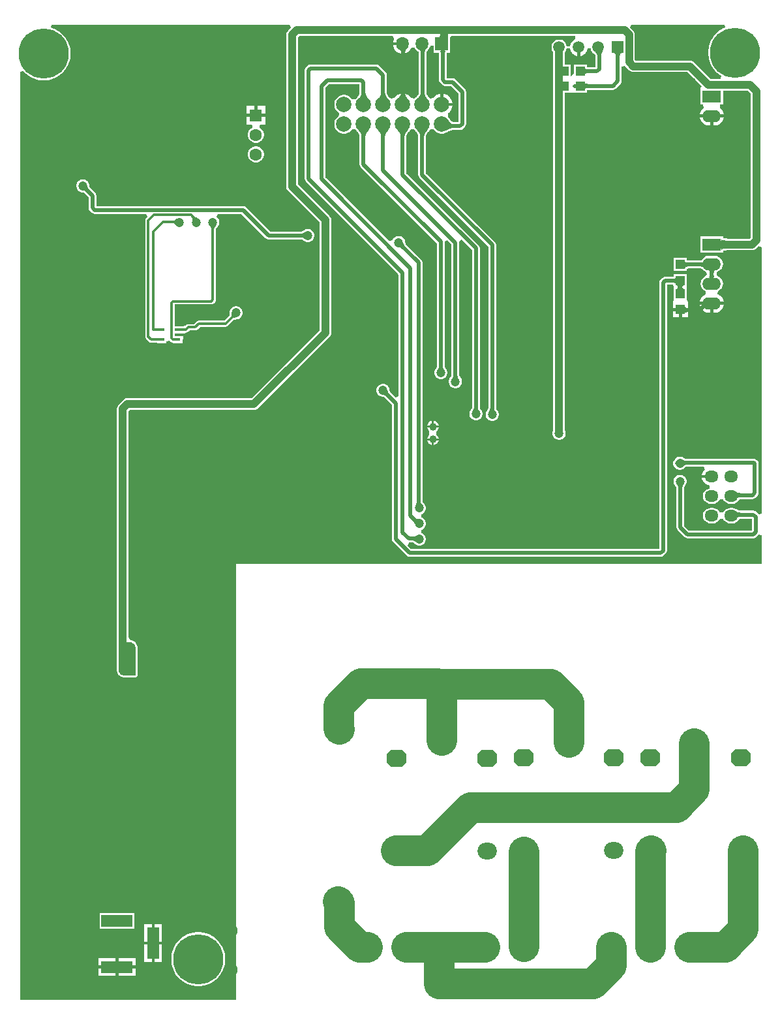
<source format=gbr>
G04*
G04 #@! TF.GenerationSoftware,Altium Limited,Altium Designer,24.2.2 (26)*
G04*
G04 Layer_Physical_Order=2*
G04 Layer_Color=16711680*
%FSLAX44Y44*%
%MOMM*%
G71*
G04*
G04 #@! TF.SameCoordinates,0F8B1A73-7D9A-4E60-A1EB-41BE9D7EE600*
G04*
G04*
G04 #@! TF.FilePolarity,Positive*
G04*
G01*
G75*
%ADD10C,0.3000*%
%ADD19C,0.5000*%
%ADD36R,1.2000X1.2000*%
%ADD37R,1.2000X1.2000*%
%ADD106C,1.0000*%
%ADD110C,2.4000*%
%ADD111R,2.4000X2.4000*%
%ADD112O,1.8000X1.5000*%
%ADD113O,1.6510X1.7780*%
%ADD114R,1.6510X1.7780*%
%ADD115R,1.5000X1.5000*%
%ADD116C,1.5000*%
%ADD117C,6.5000*%
%ADD118O,2.4000X1.6000*%
%ADD119R,2.4000X1.6000*%
G04:AMPARAMS|DCode=120|XSize=2.5mm|YSize=2.2mm|CornerRadius=0mm|HoleSize=0mm|Usage=FLASHONLY|Rotation=180.000|XOffset=0mm|YOffset=0mm|HoleType=Round|Shape=Octagon|*
%AMOCTAGOND120*
4,1,8,-1.2500,0.5500,-1.2500,-0.5500,-0.7000,-1.1000,0.7000,-1.1000,1.2500,-0.5500,1.2500,0.5500,0.7000,1.1000,-0.7000,1.1000,-1.2500,0.5500,0.0*
%
%ADD120OCTAGOND120*%

%ADD121O,2.5000X2.2000*%
%ADD122R,2.5000X2.2000*%
%ADD123R,1.6000X1.6000*%
%ADD124C,1.6000*%
%ADD125R,1.5000X4.0500*%
%ADD126R,4.0500X1.5000*%
G04:AMPARAMS|DCode=127|XSize=1.8mm|YSize=3mm|CornerRadius=0.45mm|HoleSize=0mm|Usage=FLASHONLY|Rotation=270.000|XOffset=0mm|YOffset=0mm|HoleType=Round|Shape=RoundedRectangle|*
%AMROUNDEDRECTD127*
21,1,1.8000,2.1000,0,0,270.0*
21,1,0.9000,3.0000,0,0,270.0*
1,1,0.9000,-1.0500,-0.4500*
1,1,0.9000,-1.0500,0.4500*
1,1,0.9000,1.0500,0.4500*
1,1,0.9000,1.0500,-0.4500*
%
%ADD127ROUNDEDRECTD127*%
%ADD128C,2.0000*%
%ADD129C,1.0000*%
%ADD130C,1.2000*%
%ADD131R,0.7000X0.4000*%
%ADD132C,4.0000*%
G36*
X635213Y1515402D02*
X635529Y1510066D01*
X635605Y1510000D01*
X623540Y1509969D01*
X623857Y1510037D01*
X624141Y1510238D01*
X624391Y1510574D01*
X624608Y1511043D01*
X624792Y1511646D01*
X624942Y1512383D01*
X625059Y1513254D01*
X625192Y1515397D01*
X625209Y1516669D01*
X635209D01*
X635213Y1515402D01*
D02*
G37*
G36*
X431415Y1522106D02*
X427721Y1518411D01*
X426519Y1516844D01*
X425763Y1515020D01*
X425505Y1513062D01*
Y1315720D01*
X425763Y1313762D01*
X426519Y1311938D01*
X427721Y1310371D01*
X468685Y1269407D01*
Y1129623D01*
X380407Y1041345D01*
X219218D01*
X217260Y1041087D01*
X215436Y1040331D01*
X213869Y1039129D01*
X208011Y1033271D01*
X206809Y1031704D01*
X206053Y1029880D01*
X205795Y1027922D01*
Y726234D01*
X205758Y726178D01*
X205564Y725203D01*
Y687865D01*
X205613Y687619D01*
Y687368D01*
X205863Y686109D01*
X205959Y685877D01*
X206008Y685631D01*
X206500Y684445D01*
X206639Y684236D01*
X206735Y684004D01*
X207449Y682937D01*
X207626Y682759D01*
X207765Y682550D01*
X208673Y681643D01*
X208882Y681503D01*
X209059Y681326D01*
X210127Y680612D01*
X210359Y680516D01*
X210567Y680377D01*
X211754Y679885D01*
X212000Y679837D01*
X212232Y679741D01*
X213491Y679490D01*
X213742D01*
X213988Y679441D01*
X214630D01*
X214630Y679441D01*
X229308Y679441D01*
X229703Y679441D01*
X229703Y679441D01*
X230678Y679635D01*
X230678Y679635D01*
X231505Y680188D01*
X232058Y681014D01*
X232252Y681990D01*
X232252Y681990D01*
X232252Y682385D01*
X232252Y717583D01*
X232252Y718333D01*
X232203Y718580D01*
Y718831D01*
X231910Y720303D01*
X231814Y720535D01*
X231765Y720781D01*
X231191Y722168D01*
X231051Y722377D01*
X230955Y722608D01*
X230121Y723857D01*
X229944Y724034D01*
X229804Y724243D01*
X228743Y725304D01*
X228534Y725444D01*
X228356Y725621D01*
X227108Y726455D01*
X226876Y726551D01*
X226667Y726691D01*
X225281Y727265D01*
X225035Y727314D01*
X224802Y727410D01*
X223330Y727703D01*
X221760Y729732D01*
X220925Y731272D01*
Y1024789D01*
X222351Y1026215D01*
X383540D01*
X385498Y1026473D01*
X387322Y1027229D01*
X388889Y1028431D01*
X481599Y1121141D01*
X481599Y1121141D01*
X482801Y1122708D01*
X483557Y1124532D01*
X483815Y1126490D01*
X483815Y1126490D01*
Y1272540D01*
X483557Y1274498D01*
X482801Y1276322D01*
X481599Y1277889D01*
X440635Y1318853D01*
Y1509929D01*
X442061Y1511355D01*
X563414D01*
X564176Y1510642D01*
X565667Y1507355D01*
X565203Y1506487D01*
X564502Y1504177D01*
X564400Y1503140D01*
X576580D01*
Y1501140D01*
X578580D01*
Y1494160D01*
X582196Y1494514D01*
X581724Y1494403D01*
X581303Y1494170D01*
X580930Y1493813D01*
X580608Y1493333D01*
X580335Y1492729D01*
X580112Y1492002D01*
X579938Y1491152D01*
X579814Y1490179D01*
X579740Y1489082D01*
X579731Y1488654D01*
X581292Y1489128D01*
X583422Y1490266D01*
X585288Y1491797D01*
X586819Y1493663D01*
X587957Y1495793D01*
X587959Y1495799D01*
X592202Y1496007D01*
X592586Y1495081D01*
X594310Y1492834D01*
X596556Y1491111D01*
X597247Y1490824D01*
X597255Y1490799D01*
X597369Y1490273D01*
X597517Y1488788D01*
Y1437579D01*
X597437Y1437096D01*
X597275Y1436518D01*
X597040Y1435921D01*
X596726Y1435302D01*
X596326Y1434660D01*
X595834Y1433996D01*
X595248Y1433313D01*
X594564Y1432614D01*
X593732Y1431856D01*
X593655Y1431753D01*
X592573Y1430671D01*
X592169Y1430486D01*
X591846Y1430413D01*
X587777Y1430842D01*
X587454Y1431324D01*
X585504Y1433275D01*
X583212Y1434807D01*
X580664Y1435862D01*
X579952Y1436004D01*
X580102Y1435414D01*
X580404Y1434555D01*
X580791Y1433682D01*
X581265Y1432793D01*
X581824Y1431888D01*
X582470Y1430968D01*
X584019Y1429082D01*
X578580Y1429429D01*
Y1422400D01*
X574580D01*
Y1429683D01*
X570048Y1429971D01*
X570934Y1430779D01*
X571728Y1431590D01*
X572428Y1432406D01*
X573035Y1433225D01*
X573548Y1434048D01*
X573968Y1434875D01*
X574295Y1435707D01*
X574447Y1436250D01*
X572496Y1435862D01*
X569949Y1434807D01*
X567656Y1433275D01*
X565705Y1431324D01*
X565383Y1430842D01*
X561314Y1430413D01*
X560992Y1430486D01*
X560587Y1430671D01*
X560133Y1431125D01*
X560008Y1431318D01*
X559199Y1432150D01*
X558527Y1432918D01*
X557948Y1433662D01*
X557461Y1434380D01*
X557063Y1435069D01*
X556750Y1435728D01*
X556516Y1436356D01*
X556356Y1436954D01*
X556278Y1437434D01*
Y1460500D01*
X555890Y1462451D01*
X554785Y1464105D01*
X545895Y1472995D01*
X544241Y1474100D01*
X542290Y1474488D01*
X457200D01*
X455249Y1474100D01*
X453595Y1472995D01*
X451055Y1470455D01*
X449950Y1468801D01*
X449562Y1466850D01*
Y1325880D01*
X449950Y1323929D01*
X451055Y1322275D01*
X571482Y1201848D01*
Y1044124D01*
X567482Y1042467D01*
X560582Y1049368D01*
X560569Y1049383D01*
X560344Y1049691D01*
X560161Y1049983D01*
X560016Y1050258D01*
X559905Y1050519D01*
X559825Y1050767D01*
X559771Y1051005D01*
X559740Y1051239D01*
X559727Y1051593D01*
X559680Y1051791D01*
Y1052679D01*
X559101Y1054841D01*
X557982Y1056779D01*
X556399Y1058362D01*
X554461Y1059481D01*
X552299Y1060060D01*
X550061D01*
X547899Y1059481D01*
X545961Y1058362D01*
X544378Y1056779D01*
X543259Y1054841D01*
X542680Y1052679D01*
Y1050441D01*
X543259Y1048279D01*
X544378Y1046341D01*
X545961Y1044758D01*
X547899Y1043639D01*
X550061Y1043060D01*
X550948D01*
X551147Y1043013D01*
X551501Y1043000D01*
X551735Y1042969D01*
X551973Y1042915D01*
X552221Y1042835D01*
X552482Y1042724D01*
X552758Y1042579D01*
X553049Y1042396D01*
X553357Y1042171D01*
X553372Y1042158D01*
X562592Y1032938D01*
Y858520D01*
X562980Y856569D01*
X564085Y854915D01*
X581865Y837135D01*
X583519Y836030D01*
X585470Y835642D01*
X911609D01*
X913560Y836030D01*
X915214Y837135D01*
X918143Y840064D01*
X919248Y841718D01*
X919636Y843669D01*
Y1188752D01*
X927316D01*
X928760Y1185312D01*
X928760Y1169619D01*
X927260Y1166240D01*
X927260Y1165361D01*
Y1158240D01*
X943199D01*
Y1160700D01*
X943249Y1160225D01*
X943400Y1159800D01*
X943652Y1159425D01*
X944004Y1159100D01*
X944457Y1158825D01*
X945010Y1158600D01*
X945664Y1158425D01*
X946419Y1158300D01*
X947103Y1158240D01*
X947260D01*
Y1165361D01*
X947260Y1166240D01*
X945760Y1169619D01*
X945760Y1170240D01*
Y1185350D01*
Y1202350D01*
X928760D01*
Y1199197D01*
X928697Y1199171D01*
X928317Y1199069D01*
X927781Y1198981D01*
X927409Y1198948D01*
X917467D01*
X915516Y1198560D01*
X913862Y1197455D01*
X910933Y1194526D01*
X909828Y1192872D01*
X909440Y1190921D01*
Y845838D01*
X587582D01*
X582930Y850490D01*
X584477Y853808D01*
X584854Y854222D01*
X589605D01*
X589656Y854217D01*
X589999Y854157D01*
X590292Y854081D01*
X590538Y853992D01*
X590743Y853894D01*
X590916Y853789D01*
X591063Y853675D01*
X591196Y853548D01*
X591293Y853432D01*
X591368Y853301D01*
X592951Y851718D01*
X594889Y850599D01*
X597051Y850020D01*
X599289D01*
X601451Y850599D01*
X603389Y851718D01*
X604972Y853301D01*
X606091Y855239D01*
X606670Y857401D01*
Y859639D01*
X606091Y861801D01*
X604972Y863739D01*
X603389Y865322D01*
X601451Y866441D01*
X601130Y866527D01*
Y870668D01*
X601451Y870754D01*
X603389Y871873D01*
X604972Y873456D01*
X606091Y875394D01*
X606670Y877556D01*
Y879794D01*
X606091Y881955D01*
X604972Y883894D01*
X603389Y885476D01*
X601451Y886595D01*
X601130Y886681D01*
Y890823D01*
X601451Y890909D01*
X603389Y892028D01*
X604972Y893610D01*
X606091Y895548D01*
X606670Y897710D01*
Y899948D01*
X606091Y902110D01*
X604972Y904048D01*
X603389Y905631D01*
X603159Y905764D01*
X603150Y905775D01*
X602898Y905971D01*
X602779Y906087D01*
X602673Y906218D01*
X602574Y906373D01*
X602480Y906563D01*
X602394Y906794D01*
X602318Y907076D01*
X602258Y907410D01*
X602253Y907465D01*
Y1217675D01*
X601865Y1219626D01*
X600760Y1221280D01*
X580902Y1241138D01*
X580889Y1241153D01*
X580664Y1241461D01*
X580481Y1241752D01*
X580336Y1242028D01*
X580225Y1242289D01*
X580145Y1242536D01*
X580091Y1242775D01*
X580060Y1243009D01*
X580047Y1243363D01*
X580000Y1243561D01*
Y1244449D01*
X579421Y1246611D01*
X578302Y1248549D01*
X576719Y1250132D01*
X574781Y1251251D01*
X572619Y1251830D01*
X570381D01*
X568219Y1251251D01*
X566281Y1250132D01*
X564698Y1248549D01*
X563579Y1246611D01*
X563521Y1246395D01*
X559191Y1245069D01*
X476268Y1327992D01*
Y1444418D01*
X480902Y1449052D01*
X520682D01*
Y1437434D01*
X520604Y1436954D01*
X520444Y1436355D01*
X520210Y1435728D01*
X519897Y1435069D01*
X519499Y1434380D01*
X519033Y1433694D01*
X517736Y1432124D01*
X516953Y1431318D01*
X516827Y1431125D01*
X516071Y1430368D01*
X515372Y1429323D01*
X513813Y1428924D01*
X512347D01*
X510788Y1429323D01*
X510089Y1430368D01*
X508348Y1432109D01*
X506301Y1433477D01*
X504026Y1434420D01*
X501611Y1434900D01*
X499149D01*
X496734Y1434420D01*
X494459Y1433477D01*
X492412Y1432109D01*
X490671Y1430368D01*
X489303Y1428321D01*
X488360Y1426046D01*
X487880Y1423631D01*
Y1421169D01*
X488360Y1418754D01*
X489303Y1416479D01*
X490671Y1414432D01*
X492412Y1412691D01*
X493457Y1411992D01*
X493856Y1410433D01*
Y1408967D01*
X493457Y1407408D01*
X492412Y1406709D01*
X490671Y1404968D01*
X489303Y1402921D01*
X488360Y1400646D01*
X487880Y1398231D01*
Y1395769D01*
X488360Y1393354D01*
X489303Y1391079D01*
X490671Y1389032D01*
X492412Y1387291D01*
X494459Y1385923D01*
X496734Y1384980D01*
X499149Y1384500D01*
X501611D01*
X504026Y1384980D01*
X506301Y1385923D01*
X508348Y1387291D01*
X510089Y1389032D01*
X510788Y1390077D01*
X512347Y1390476D01*
X513813D01*
X515372Y1390077D01*
X516071Y1389032D01*
X516827Y1388275D01*
X516953Y1388082D01*
X517761Y1387250D01*
X518433Y1386482D01*
X519012Y1385738D01*
X519499Y1385020D01*
X519897Y1384331D01*
X520210Y1383672D01*
X520444Y1383044D01*
X520604Y1382446D01*
X520682Y1381966D01*
Y1344930D01*
X521070Y1342979D01*
X522175Y1341325D01*
X621012Y1242488D01*
Y1082618D01*
X621010Y1082598D01*
X620952Y1082222D01*
X620875Y1081886D01*
X620783Y1081589D01*
X620676Y1081326D01*
X620558Y1081094D01*
X620428Y1080887D01*
X620284Y1080700D01*
X620043Y1080440D01*
X619936Y1080267D01*
X619308Y1079639D01*
X618189Y1077701D01*
X617610Y1075539D01*
Y1073301D01*
X618189Y1071139D01*
X619308Y1069201D01*
X620891Y1067618D01*
X622829Y1066499D01*
X624991Y1065920D01*
X627229D01*
X629391Y1066499D01*
X631329Y1067618D01*
X632912Y1069201D01*
X634031Y1071139D01*
X634610Y1073301D01*
Y1075539D01*
X634031Y1077701D01*
X632912Y1079639D01*
X632284Y1080267D01*
X632177Y1080440D01*
X631936Y1080700D01*
X631792Y1080887D01*
X631662Y1081094D01*
X631544Y1081326D01*
X631437Y1081589D01*
X631345Y1081886D01*
X631268Y1082222D01*
X631210Y1082598D01*
X631208Y1082618D01*
Y1244416D01*
X631622Y1244793D01*
X634940Y1246340D01*
X640062Y1241218D01*
Y1071188D01*
X640060Y1071168D01*
X640002Y1070792D01*
X639925Y1070456D01*
X639833Y1070158D01*
X639726Y1069896D01*
X639608Y1069664D01*
X639478Y1069457D01*
X639334Y1069270D01*
X639093Y1069010D01*
X638986Y1068837D01*
X638358Y1068209D01*
X637239Y1066271D01*
X636660Y1064109D01*
Y1061871D01*
X637239Y1059709D01*
X638358Y1057771D01*
X639941Y1056188D01*
X641879Y1055069D01*
X644041Y1054490D01*
X646279D01*
X648441Y1055069D01*
X650379Y1056188D01*
X651962Y1057771D01*
X653081Y1059709D01*
X653660Y1061871D01*
Y1064109D01*
X653081Y1066271D01*
X651962Y1068209D01*
X651334Y1068837D01*
X651227Y1069010D01*
X650986Y1069270D01*
X650842Y1069457D01*
X650712Y1069664D01*
X650594Y1069896D01*
X650487Y1070158D01*
X650395Y1070456D01*
X650318Y1070792D01*
X650260Y1071168D01*
X650258Y1071188D01*
Y1243330D01*
X649988Y1244685D01*
X651380Y1246060D01*
X653287Y1247043D01*
X666578Y1233752D01*
Y1029343D01*
X666577Y1029323D01*
X666518Y1028947D01*
X666441Y1028610D01*
X666349Y1028313D01*
X666243Y1028051D01*
X666124Y1027819D01*
X665994Y1027612D01*
X665850Y1027424D01*
X665609Y1027165D01*
X665502Y1026992D01*
X664875Y1026364D01*
X663755Y1024426D01*
X663176Y1022264D01*
Y1020026D01*
X663755Y1017864D01*
X664875Y1015926D01*
X666457Y1014343D01*
X668395Y1013224D01*
X670557Y1012645D01*
X672795D01*
X674957Y1013224D01*
X676895Y1014343D01*
X678478Y1015926D01*
X679597Y1017864D01*
X680176Y1020026D01*
Y1022264D01*
X679597Y1024426D01*
X678478Y1026364D01*
X677850Y1026992D01*
X677744Y1027165D01*
X677502Y1027424D01*
X677358Y1027612D01*
X677228Y1027819D01*
X677110Y1028051D01*
X677004Y1028313D01*
X676911Y1028610D01*
X676834Y1028947D01*
X676776Y1029323D01*
X676774Y1029343D01*
Y1235864D01*
X676386Y1237815D01*
X675281Y1239469D01*
X581678Y1333072D01*
Y1381966D01*
X581756Y1382446D01*
X581916Y1383044D01*
X582150Y1383672D01*
X582463Y1384331D01*
X582861Y1385020D01*
X583327Y1385706D01*
X584624Y1387276D01*
X585408Y1388082D01*
X585533Y1388275D01*
X586289Y1389032D01*
X586988Y1390077D01*
X588547Y1390476D01*
X590013D01*
X591572Y1390077D01*
X592271Y1389032D01*
X593027Y1388275D01*
X593153Y1388082D01*
X593961Y1387250D01*
X594633Y1386482D01*
X595212Y1385738D01*
X595699Y1385020D01*
X596097Y1384331D01*
X596410Y1383672D01*
X596644Y1383044D01*
X596804Y1382446D01*
X596882Y1381966D01*
Y1330960D01*
X597270Y1329009D01*
X598375Y1327355D01*
X687686Y1238044D01*
Y1028378D01*
X687685Y1028358D01*
X687626Y1027982D01*
X687550Y1027646D01*
X687457Y1027349D01*
X687351Y1027086D01*
X687233Y1026854D01*
X687102Y1026647D01*
X686958Y1026460D01*
X686717Y1026200D01*
X686610Y1026027D01*
X685983Y1025399D01*
X684864Y1023461D01*
X684284Y1021299D01*
Y1019061D01*
X684864Y1016899D01*
X685983Y1014961D01*
X687565Y1013378D01*
X689503Y1012259D01*
X691665Y1011680D01*
X693903D01*
X696065Y1012259D01*
X698003Y1013378D01*
X699586Y1014961D01*
X700705Y1016899D01*
X701284Y1019061D01*
Y1021299D01*
X700705Y1023461D01*
X699586Y1025399D01*
X698958Y1026027D01*
X698852Y1026200D01*
X698610Y1026460D01*
X698466Y1026647D01*
X698336Y1026854D01*
X698218Y1027086D01*
X698112Y1027349D01*
X698019Y1027646D01*
X697942Y1027982D01*
X697884Y1028358D01*
X697882Y1028378D01*
Y1240156D01*
X697494Y1242106D01*
X696389Y1243760D01*
X607078Y1333072D01*
Y1381966D01*
X607156Y1382446D01*
X607316Y1383044D01*
X607550Y1383672D01*
X607863Y1384331D01*
X608261Y1385020D01*
X608727Y1385706D01*
X610024Y1387276D01*
X610807Y1388082D01*
X610933Y1388275D01*
X611689Y1389032D01*
X612388Y1390077D01*
X613947Y1390476D01*
X615413D01*
X616972Y1390077D01*
X617671Y1389032D01*
X619412Y1387291D01*
X621459Y1385923D01*
X623734Y1384980D01*
X626149Y1384500D01*
X628611D01*
X631026Y1384980D01*
X633301Y1385923D01*
X633655Y1386159D01*
X633755Y1386192D01*
X635979Y1387437D01*
X636925Y1387908D01*
X638767Y1388693D01*
X639540Y1388959D01*
X640271Y1389165D01*
X640929Y1389305D01*
X641350Y1389362D01*
X651121D01*
X653072Y1389750D01*
X654726Y1390855D01*
X657655Y1393784D01*
X658760Y1395438D01*
X659148Y1397389D01*
Y1438910D01*
X658760Y1440861D01*
X657655Y1442515D01*
X644955Y1455215D01*
X643301Y1456320D01*
X641350Y1456708D01*
X633748D01*
Y1488390D01*
X633781Y1488759D01*
X633869Y1489288D01*
X633970Y1489663D01*
X634005Y1489750D01*
X638135D01*
Y1509912D01*
X638153Y1510006D01*
X640775Y1510994D01*
X641899Y1511355D01*
X644700D01*
X644930Y1511386D01*
X645160Y1511355D01*
X800480D01*
X801006Y1507355D01*
X800741Y1507284D01*
X798119Y1505770D01*
X795978Y1503629D01*
X794464Y1501007D01*
X793680Y1498082D01*
X789780Y1497885D01*
X789099Y1500428D01*
X787782Y1502708D01*
X785920Y1504570D01*
X783640Y1505887D01*
X781096Y1506568D01*
X778464D01*
X775920Y1505887D01*
X773640Y1504570D01*
X771778Y1502708D01*
X770462Y1500428D01*
X769780Y1497885D01*
Y1495251D01*
X770462Y1492708D01*
X771778Y1490428D01*
X772032Y1490174D01*
X772215Y1486709D01*
Y1446530D01*
X772215Y999577D01*
X771859Y998961D01*
X771280Y996799D01*
Y994561D01*
X771859Y992399D01*
X772978Y990461D01*
X774561Y988878D01*
X776499Y987759D01*
X778661Y987180D01*
X780899D01*
X783061Y987759D01*
X784999Y988878D01*
X786582Y990461D01*
X787701Y992399D01*
X788280Y994561D01*
Y996799D01*
X787701Y998961D01*
X787345Y999577D01*
X787345Y1438030D01*
X794630D01*
Y1438030D01*
X798630Y1438030D01*
X798630Y1438030D01*
Y1438030D01*
X815630D01*
Y1441175D01*
X815717Y1441210D01*
X816092Y1441311D01*
X816621Y1441400D01*
X816990Y1441432D01*
X849630D01*
X851581Y1441820D01*
X853235Y1442925D01*
X859585Y1449275D01*
X860690Y1450929D01*
X861078Y1452880D01*
Y1471150D01*
X865078Y1472508D01*
X865131Y1472439D01*
X870989Y1466581D01*
X872555Y1465379D01*
X874380Y1464623D01*
X876338Y1464365D01*
X946150D01*
X964462Y1446053D01*
X963400Y1443490D01*
X963400D01*
Y1422490D01*
X966694D01*
X966981Y1422021D01*
X967201Y1417616D01*
X965374Y1416116D01*
X963874Y1414289D01*
X962760Y1412204D01*
X962074Y1409942D01*
X962039Y1409590D01*
X993761D01*
X993726Y1409942D01*
X993040Y1412204D01*
X991926Y1414289D01*
X990426Y1416116D01*
X988599Y1417616D01*
X988819Y1422021D01*
X989106Y1422490D01*
X992400D01*
Y1440425D01*
X1024599D01*
X1028755Y1436269D01*
Y1249781D01*
X1027329Y1248355D01*
X999435D01*
X996437Y1248454D01*
X995097Y1248586D01*
X993972Y1248766D01*
X993107Y1248976D01*
X992526Y1249187D01*
X992400Y1249257D01*
Y1251290D01*
X989870Y1251309D01*
X989777Y1251290D01*
X988400Y1251290D01*
X963400D01*
Y1230290D01*
X988400D01*
X989777Y1230290D01*
X989870Y1230271D01*
X992400Y1230290D01*
X992400Y1232323D01*
X992526Y1232393D01*
X993107Y1232604D01*
X993972Y1232814D01*
X995065Y1232989D01*
X998084Y1233213D01*
X998884Y1233225D01*
X1030462D01*
X1032420Y1233483D01*
X1034245Y1234239D01*
X1035811Y1235441D01*
X1038892Y1238521D01*
X1042891Y1236864D01*
Y891845D01*
X1038892Y890631D01*
X1038655Y890986D01*
X1035726Y893915D01*
X1034072Y895020D01*
X1032121Y895408D01*
X1015222D01*
X1014872Y895439D01*
X1014242Y895536D01*
X1013645Y895668D01*
X1013077Y895836D01*
X1012536Y896039D01*
X1012019Y896277D01*
X1011524Y896551D01*
X1011047Y896862D01*
X1010515Y897268D01*
X1010407Y897321D01*
X1010318Y897404D01*
X1010232Y897436D01*
X1009843Y897735D01*
X1007411Y898743D01*
X1004800Y899086D01*
X1001800D01*
X999190Y898743D01*
X996757Y897735D01*
X994668Y896132D01*
X993065Y894043D01*
X992765Y893318D01*
X988435D01*
X988135Y894043D01*
X986532Y896132D01*
X984443Y897735D01*
X982010Y898743D01*
X979400Y899086D01*
X976400D01*
X973790Y898743D01*
X971357Y897735D01*
X969268Y896132D01*
X967665Y894043D01*
X966657Y891610D01*
X966314Y889000D01*
X966657Y886389D01*
X967665Y883957D01*
X969268Y881868D01*
X971357Y880265D01*
X973790Y879257D01*
X976400Y878914D01*
X979400D01*
X982010Y879257D01*
X984443Y880265D01*
X986532Y881868D01*
X988135Y883957D01*
X988435Y884682D01*
X992765D01*
X993065Y883957D01*
X994668Y881868D01*
X996757Y880265D01*
X999190Y879257D01*
X1001800Y878914D01*
X1004800D01*
X1007411Y879257D01*
X1009843Y880265D01*
X1011932Y881868D01*
X1013535Y883957D01*
X1013961Y884985D01*
X1014323Y885064D01*
X1015838Y885212D01*
X1029952D01*
Y869968D01*
X948262D01*
X942358Y875872D01*
Y925693D01*
X942410Y926079D01*
X942482Y926450D01*
X942572Y926787D01*
X942675Y927091D01*
X942793Y927367D01*
X942922Y927616D01*
X943065Y927843D01*
X943248Y928088D01*
X943391Y928231D01*
X944510Y930169D01*
X945089Y932331D01*
Y934569D01*
X944510Y936731D01*
X943391Y938669D01*
X941808Y940252D01*
X939870Y941371D01*
X937708Y941950D01*
X935470D01*
X933308Y941371D01*
X931370Y940252D01*
X929787Y938669D01*
X928668Y936731D01*
X928089Y934569D01*
Y932331D01*
X928668Y930169D01*
X929787Y928231D01*
X931370Y926648D01*
X931445Y926605D01*
X931473Y926580D01*
X931605Y926439D01*
X931722Y926281D01*
X931831Y926098D01*
X931931Y925883D01*
X932021Y925629D01*
X932097Y925329D01*
X932157Y924980D01*
X932162Y924933D01*
Y873760D01*
X932550Y871809D01*
X933655Y870155D01*
X942545Y861265D01*
X944199Y860160D01*
X946150Y859772D01*
X1032121D01*
X1034072Y860160D01*
X1035726Y861265D01*
X1038655Y864194D01*
X1038892Y864548D01*
X1042891Y863335D01*
Y826770D01*
X360680D01*
Y261119D01*
X79743D01*
Y1464445D01*
X83743Y1465803D01*
X84119Y1465313D01*
X87363Y1462069D01*
X91003Y1459276D01*
X94977Y1456982D01*
X99215Y1455226D01*
X103647Y1454039D01*
X108196Y1453440D01*
X112784D01*
X117333Y1454039D01*
X121764Y1455226D01*
X126003Y1456982D01*
X129977Y1459276D01*
X133617Y1462069D01*
X136861Y1465313D01*
X139654Y1468953D01*
X141948Y1472927D01*
X143704Y1477166D01*
X144891Y1481597D01*
X145490Y1486146D01*
Y1490734D01*
X144891Y1495283D01*
X143704Y1499715D01*
X141948Y1503953D01*
X139654Y1507927D01*
X136861Y1511567D01*
X133617Y1514811D01*
X129977Y1517604D01*
X126003Y1519898D01*
X121764Y1521654D01*
X120078Y1522106D01*
X120604Y1526106D01*
X429758D01*
X431415Y1522106D01*
D02*
G37*
G36*
X607124Y1494403D02*
X606703Y1494170D01*
X606330Y1493813D01*
X606008Y1493333D01*
X605735Y1492729D01*
X605512Y1492002D01*
X605338Y1491152D01*
X605214Y1490179D01*
X605140Y1489082D01*
X605115Y1487861D01*
X600115Y1487476D01*
X600090Y1488672D01*
X599891Y1490670D01*
X599717Y1491473D01*
X599494Y1492145D01*
X599220Y1492686D01*
X598897Y1493096D01*
X598524Y1493374D01*
X598102Y1493522D01*
X597629Y1493539D01*
X607596Y1494514D01*
X607124Y1494403D01*
D02*
G37*
G36*
X633175Y1492231D02*
X632750Y1492081D01*
X632375Y1491830D01*
X632050Y1491481D01*
X631775Y1491030D01*
X631550Y1490480D01*
X631375Y1489830D01*
X631250Y1489081D01*
X631175Y1488230D01*
X631150Y1487280D01*
X626150D01*
X626125Y1488230D01*
X626050Y1489081D01*
X625925Y1489830D01*
X625750Y1490480D01*
X625525Y1491030D01*
X625250Y1491481D01*
X624925Y1491830D01*
X624550Y1492081D01*
X624125Y1492231D01*
X623650Y1492280D01*
X633650D01*
X633175Y1492231D01*
D02*
G37*
G36*
X785030Y1491212D02*
X784983Y1491120D01*
X784940Y1490944D01*
X784902Y1490683D01*
X784843Y1489906D01*
X784782Y1487333D01*
X784780Y1486478D01*
X774780Y1486478D01*
X774530Y1491212D01*
X785030Y1491212D01*
D02*
G37*
G36*
X807180Y1485198D02*
X809619Y1485852D01*
X812241Y1487366D01*
X814382Y1489507D01*
X815896Y1492129D01*
X816680Y1495054D01*
X820580Y1495251D01*
X821262Y1492708D01*
X822578Y1490428D01*
X824440Y1488566D01*
X824767Y1488377D01*
X824777Y1488366D01*
X825265Y1487998D01*
X825609Y1487687D01*
X825898Y1487372D01*
X826137Y1487052D01*
X826335Y1486722D01*
X826496Y1486375D01*
X826624Y1486004D01*
X826719Y1485600D01*
X826752Y1485349D01*
Y1470678D01*
X817040D01*
X816672Y1470710D01*
X816142Y1470799D01*
X815767Y1470900D01*
X815680Y1470935D01*
Y1474080D01*
X798680D01*
Y1463005D01*
X794680Y1459030D01*
X794680D01*
Y1474080D01*
X787345D01*
Y1487871D01*
X787389Y1489778D01*
X787411Y1490057D01*
X787782Y1490428D01*
X789099Y1492708D01*
X789780Y1495251D01*
X793680Y1495054D01*
X794464Y1492129D01*
X795978Y1489507D01*
X798119Y1487366D01*
X800741Y1485852D01*
X803180Y1485198D01*
Y1496568D01*
X807180D01*
Y1485198D01*
D02*
G37*
G36*
X836222Y1491536D02*
X835829Y1490890D01*
X835482Y1490240D01*
X835182Y1489586D01*
X834928Y1488929D01*
X834720Y1488268D01*
X834558Y1487603D01*
X834443Y1486934D01*
X834373Y1486261D01*
X834350Y1485584D01*
X829350Y1484669D01*
X829320Y1485380D01*
X829229Y1486060D01*
X829077Y1486710D01*
X828864Y1487329D01*
X828591Y1487917D01*
X828257Y1488475D01*
X827862Y1489002D01*
X827406Y1489499D01*
X826890Y1489965D01*
X826313Y1490400D01*
X836661Y1492178D01*
X836222Y1491536D01*
D02*
G37*
G36*
X860505Y1489048D02*
X860080Y1488898D01*
X859705Y1488649D01*
X859380Y1488298D01*
X859105Y1487849D01*
X858880Y1487298D01*
X858705Y1486649D01*
X858580Y1485898D01*
X858505Y1485049D01*
X858480Y1484099D01*
X853480D01*
X853455Y1485049D01*
X853380Y1485898D01*
X853255Y1486649D01*
X853080Y1487298D01*
X852855Y1487849D01*
X852580Y1488298D01*
X852255Y1488649D01*
X851880Y1488898D01*
X851455Y1489048D01*
X850980Y1489099D01*
X860980D01*
X860505Y1489048D01*
D02*
G37*
G36*
X813199Y1470105D02*
X813350Y1469680D01*
X813599Y1469305D01*
X813950Y1468980D01*
X814399Y1468705D01*
X814949Y1468480D01*
X815600Y1468305D01*
X816349Y1468180D01*
X817199Y1468105D01*
X818149Y1468080D01*
Y1463080D01*
X817199Y1463055D01*
X816349Y1462980D01*
X815600Y1462855D01*
X814949Y1462680D01*
X814399Y1462455D01*
X813950Y1462180D01*
X813599Y1461855D01*
X813350Y1461480D01*
X813199Y1461055D01*
X813149Y1460580D01*
Y1470580D01*
X813199Y1470105D01*
D02*
G37*
G36*
X995131Y1522106D02*
X992867Y1521168D01*
X988893Y1518874D01*
X985253Y1516081D01*
X982009Y1512837D01*
X979216Y1509197D01*
X976922Y1505223D01*
X975166Y1500984D01*
X973979Y1496553D01*
X973380Y1492004D01*
Y1487416D01*
X973979Y1482867D01*
X975166Y1478436D01*
X976922Y1474197D01*
X979216Y1470223D01*
X982009Y1466583D01*
X985253Y1463339D01*
X988893Y1460546D01*
X990611Y1459555D01*
X989539Y1455555D01*
X976357D01*
X954632Y1477279D01*
X953066Y1478481D01*
X951241Y1479237D01*
X949283Y1479495D01*
X879471D01*
X878045Y1480921D01*
Y1513062D01*
X877787Y1515020D01*
X877031Y1516844D01*
X875829Y1518411D01*
X872135Y1522106D01*
X873791Y1526106D01*
X994335D01*
X995131Y1522106D01*
D02*
G37*
G36*
X813149Y1451055D02*
X813299Y1450630D01*
X813549Y1450255D01*
X813900Y1449930D01*
X814350Y1449655D01*
X814900Y1449430D01*
X815549Y1449255D01*
X816300Y1449130D01*
X817150Y1449055D01*
X818100Y1449030D01*
Y1444030D01*
X817150Y1444005D01*
X816300Y1443930D01*
X815549Y1443805D01*
X814900Y1443630D01*
X814350Y1443405D01*
X813900Y1443130D01*
X813549Y1442805D01*
X813299Y1442430D01*
X813149Y1442005D01*
X813100Y1441530D01*
Y1451530D01*
X813149Y1451055D01*
D02*
G37*
G36*
X553725Y1437254D02*
X553860Y1436419D01*
X554085Y1435579D01*
X554400Y1434733D01*
X554805Y1433882D01*
X555300Y1433025D01*
X555885Y1432163D01*
X556560Y1431295D01*
X557325Y1430421D01*
X558180Y1429541D01*
X544180D01*
X545035Y1430421D01*
X546475Y1432163D01*
X547060Y1433025D01*
X547555Y1433882D01*
X547960Y1434733D01*
X548275Y1435579D01*
X548500Y1436419D01*
X548635Y1437254D01*
X548680Y1438082D01*
X553680D01*
X553725Y1437254D01*
D02*
G37*
G36*
X528325D02*
X528460Y1436419D01*
X528685Y1435579D01*
X529000Y1434733D01*
X529405Y1433882D01*
X529900Y1433025D01*
X530485Y1432163D01*
X531160Y1431295D01*
X531925Y1430421D01*
X532780Y1429541D01*
X518780D01*
X519635Y1430421D01*
X521075Y1432163D01*
X521660Y1433025D01*
X522155Y1433882D01*
X522560Y1434733D01*
X522875Y1435579D01*
X523100Y1436419D01*
X523235Y1437254D01*
X523280Y1438082D01*
X528280D01*
X528325Y1437254D01*
D02*
G37*
G36*
X605115Y1437896D02*
X605158Y1437084D01*
X605287Y1436257D01*
X605502Y1435414D01*
X605804Y1434555D01*
X606191Y1433682D01*
X606665Y1432793D01*
X607224Y1431888D01*
X607870Y1430968D01*
X609419Y1429082D01*
X595448Y1429971D01*
X596334Y1430779D01*
X597128Y1431590D01*
X597828Y1432406D01*
X598435Y1433225D01*
X598948Y1434048D01*
X599368Y1434875D01*
X599695Y1435707D01*
X599928Y1436542D01*
X600068Y1437381D01*
X600115Y1438225D01*
X605115Y1437896D01*
D02*
G37*
G36*
X616625Y1498702D02*
Y1489750D01*
X623295D01*
X623330Y1489663D01*
X623431Y1489288D01*
X623520Y1488759D01*
X623552Y1488390D01*
Y1454539D01*
X623940Y1452588D01*
X625045Y1450934D01*
X627974Y1448005D01*
X629628Y1446900D01*
X631579Y1446512D01*
X639238D01*
X648952Y1436798D01*
Y1399558D01*
X642734D01*
X642259Y1399642D01*
X641747Y1399800D01*
X641250Y1400023D01*
X640758Y1400319D01*
X640264Y1400698D01*
X639766Y1401172D01*
X639267Y1401747D01*
X638769Y1402429D01*
X638234Y1403296D01*
X638138Y1403399D01*
X637089Y1404968D01*
X635651Y1406407D01*
X635466Y1406812D01*
X635393Y1407134D01*
X635822Y1411203D01*
X636305Y1411526D01*
X638255Y1413475D01*
X639787Y1415768D01*
X640842Y1418316D01*
X641256Y1420400D01*
X627380D01*
Y1422400D01*
X625380D01*
Y1436277D01*
X623296Y1435862D01*
X620748Y1434807D01*
X618456Y1433275D01*
X616506Y1431324D01*
X616183Y1430842D01*
X612114Y1430413D01*
X611708Y1430505D01*
X611426Y1430632D01*
X611389Y1430701D01*
X609901Y1432512D01*
X609353Y1433292D01*
X608876Y1434064D01*
X608484Y1434799D01*
X608175Y1435496D01*
X607944Y1436153D01*
X607787Y1436769D01*
X607713Y1437244D01*
Y1489352D01*
X607752Y1489931D01*
X607855Y1490735D01*
X607985Y1491372D01*
X608059Y1491613D01*
X609651Y1492834D01*
X611375Y1495081D01*
X612458Y1497697D01*
X612625Y1498965D01*
X616625Y1498702D01*
D02*
G37*
G36*
X636652Y1401007D02*
X637270Y1400158D01*
X637921Y1399408D01*
X638604Y1398759D01*
X639320Y1398209D01*
X640067Y1397759D01*
X640847Y1397410D01*
X641659Y1397160D01*
X642503Y1397010D01*
X643380Y1396960D01*
X642017Y1391960D01*
X641278Y1391925D01*
X640492Y1391818D01*
X639660Y1391641D01*
X638779Y1391393D01*
X637852Y1391074D01*
X635856Y1390223D01*
X634788Y1389692D01*
X632509Y1388416D01*
X636065Y1401956D01*
X636652Y1401007D01*
D02*
G37*
G36*
X608980Y1389859D02*
X608125Y1388979D01*
X606685Y1387237D01*
X606100Y1386375D01*
X605605Y1385518D01*
X605200Y1384667D01*
X604885Y1383821D01*
X604660Y1382981D01*
X604525Y1382146D01*
X604480Y1381317D01*
X599480D01*
X599435Y1382146D01*
X599300Y1382981D01*
X599075Y1383821D01*
X598760Y1384667D01*
X598355Y1385518D01*
X597860Y1386375D01*
X597275Y1387237D01*
X596600Y1388105D01*
X595835Y1388979D01*
X594980Y1389859D01*
X608980Y1389859D01*
D02*
G37*
G36*
X582725Y1388979D02*
X581285Y1387237D01*
X580700Y1386375D01*
X580205Y1385518D01*
X579800Y1384667D01*
X579485Y1383821D01*
X579260Y1382981D01*
X579125Y1382146D01*
X579080Y1381317D01*
X574080D01*
X574035Y1382146D01*
X573900Y1382981D01*
X573675Y1383821D01*
X573360Y1384667D01*
X572955Y1385518D01*
X572460Y1386375D01*
X571875Y1387237D01*
X571200Y1388105D01*
X570435Y1388979D01*
X569580Y1389859D01*
X583580D01*
X582725Y1388979D01*
D02*
G37*
G36*
X558180Y1389859D02*
X557325Y1388979D01*
X555885Y1387237D01*
X555300Y1386375D01*
X554805Y1385518D01*
X554400Y1384667D01*
X554085Y1383821D01*
X553860Y1382981D01*
X553725Y1382146D01*
X553680Y1381317D01*
X548680D01*
X548635Y1382146D01*
X548500Y1382981D01*
X548275Y1383821D01*
X547960Y1384667D01*
X547555Y1385518D01*
X547060Y1386375D01*
X546475Y1387237D01*
X545800Y1388105D01*
X545035Y1388979D01*
X544180Y1389859D01*
X558180Y1389859D01*
D02*
G37*
G36*
X531925Y1388979D02*
X530485Y1387237D01*
X529900Y1386375D01*
X529405Y1385518D01*
X529000Y1384667D01*
X528685Y1383821D01*
X528460Y1382981D01*
X528325Y1382146D01*
X528280Y1381317D01*
X523280D01*
X523235Y1382146D01*
X523100Y1382981D01*
X522875Y1383821D01*
X522560Y1384667D01*
X522155Y1385518D01*
X521660Y1386375D01*
X521075Y1387237D01*
X520400Y1388105D01*
X519635Y1388979D01*
X518780Y1389859D01*
X532780D01*
X531925Y1388979D01*
D02*
G37*
G36*
X577517Y1242796D02*
X577579Y1242325D01*
X577685Y1241859D01*
X577836Y1241395D01*
X578030Y1240936D01*
X578270Y1240481D01*
X578553Y1240029D01*
X578881Y1239581D01*
X579254Y1239136D01*
X579670Y1238695D01*
X576135Y1235160D01*
X575694Y1235576D01*
X575249Y1235949D01*
X574801Y1236277D01*
X574349Y1236560D01*
X573894Y1236800D01*
X573434Y1236994D01*
X572971Y1237145D01*
X572505Y1237251D01*
X572034Y1237313D01*
X571560Y1237330D01*
X577500Y1243270D01*
X577517Y1242796D01*
D02*
G37*
G36*
X989969Y1248195D02*
X990269Y1247691D01*
X990770Y1247245D01*
X991469Y1246859D01*
X992370Y1246532D01*
X993469Y1246265D01*
X994770Y1246057D01*
X996270Y1245909D01*
X999870Y1245790D01*
Y1235790D01*
X997970Y1235760D01*
X994770Y1235523D01*
X993469Y1235315D01*
X992370Y1235048D01*
X991469Y1234721D01*
X990770Y1234335D01*
X990269Y1233889D01*
X989969Y1233385D01*
X989870Y1232821D01*
Y1248760D01*
X989969Y1248195D01*
D02*
G37*
G36*
X931321Y1188850D02*
X931271Y1189325D01*
X931120Y1189750D01*
X930868Y1190125D01*
X930516Y1190450D01*
X930063Y1190725D01*
X929510Y1190950D01*
X928856Y1191125D01*
X928102Y1191250D01*
X927246Y1191325D01*
X926291Y1191350D01*
Y1196350D01*
X927246Y1196375D01*
X928102Y1196450D01*
X928856Y1196575D01*
X929510Y1196750D01*
X930063Y1196975D01*
X930516Y1197250D01*
X930868Y1197575D01*
X931120Y1197950D01*
X931271Y1198375D01*
X931321Y1198850D01*
Y1188850D01*
D02*
G37*
G36*
X939329Y1187911D02*
X941821D01*
X941346Y1187861D01*
X940921Y1187710D01*
X940546Y1187458D01*
X940221Y1187106D01*
X939946Y1186653D01*
X939721Y1186100D01*
X939572Y1185545D01*
X939721Y1184990D01*
X939946Y1184437D01*
X940221Y1183984D01*
X940546Y1183632D01*
X940921Y1183380D01*
X941346Y1183229D01*
X941821Y1183179D01*
X939329D01*
X939321Y1182880D01*
X934321D01*
X934313Y1183179D01*
X931821D01*
X932296Y1183229D01*
X932721Y1183380D01*
X933096Y1183632D01*
X933421Y1183984D01*
X933696Y1184437D01*
X933921Y1184990D01*
X934070Y1185545D01*
X933921Y1186100D01*
X933696Y1186653D01*
X933421Y1187106D01*
X933096Y1187458D01*
X932721Y1187710D01*
X932296Y1187861D01*
X931821Y1187911D01*
X934313D01*
X934321Y1188210D01*
X939321D01*
X939329Y1187911D01*
D02*
G37*
G36*
X628627Y1082868D02*
X628678Y1082291D01*
X628763Y1081742D01*
X628882Y1081222D01*
X629035Y1080730D01*
X629222Y1080268D01*
X629443Y1079834D01*
X629698Y1079429D01*
X629987Y1079053D01*
X630310Y1078705D01*
X621910D01*
X622233Y1079053D01*
X622522Y1079429D01*
X622777Y1079834D01*
X622998Y1080268D01*
X623185Y1080730D01*
X623338Y1081222D01*
X623457Y1081742D01*
X623542Y1082291D01*
X623593Y1082868D01*
X623610Y1083474D01*
X628610D01*
X628627Y1082868D01*
D02*
G37*
G36*
X647677Y1071438D02*
X647728Y1070861D01*
X647813Y1070312D01*
X647932Y1069792D01*
X648085Y1069300D01*
X648272Y1068838D01*
X648493Y1068404D01*
X648748Y1067999D01*
X649037Y1067623D01*
X649360Y1067275D01*
X640960D01*
X641283Y1067623D01*
X641572Y1067999D01*
X641827Y1068404D01*
X642048Y1068838D01*
X642235Y1069300D01*
X642388Y1069792D01*
X642507Y1070312D01*
X642592Y1070861D01*
X642643Y1071438D01*
X642660Y1072044D01*
X647660D01*
X647677Y1071438D01*
D02*
G37*
G36*
X557197Y1051026D02*
X557259Y1050555D01*
X557365Y1050089D01*
X557515Y1049625D01*
X557710Y1049166D01*
X557950Y1048711D01*
X558233Y1048259D01*
X558561Y1047811D01*
X558933Y1047366D01*
X559350Y1046925D01*
X555815Y1043390D01*
X555374Y1043807D01*
X554930Y1044179D01*
X554481Y1044507D01*
X554029Y1044790D01*
X553574Y1045030D01*
X553115Y1045225D01*
X552651Y1045375D01*
X552185Y1045481D01*
X551714Y1045543D01*
X551240Y1045560D01*
X557180Y1051500D01*
X557197Y1051026D01*
D02*
G37*
G36*
X674193Y1029593D02*
X674244Y1029015D01*
X674329Y1028466D01*
X674448Y1027946D01*
X674601Y1027455D01*
X674788Y1026992D01*
X675009Y1026559D01*
X675264Y1026154D01*
X675553Y1025777D01*
X675876Y1025430D01*
X667476D01*
X667799Y1025777D01*
X668088Y1026154D01*
X668343Y1026559D01*
X668564Y1026992D01*
X668751Y1027455D01*
X668904Y1027946D01*
X669023Y1028466D01*
X669108Y1029015D01*
X669159Y1029593D01*
X669176Y1030199D01*
X674176D01*
X674193Y1029593D01*
D02*
G37*
G36*
X695301Y1028628D02*
X695352Y1028051D01*
X695437Y1027502D01*
X695556Y1026982D01*
X695709Y1026490D01*
X695896Y1026028D01*
X696117Y1025594D01*
X696372Y1025189D01*
X696661Y1024813D01*
X696984Y1024465D01*
X688584D01*
X688907Y1024813D01*
X689196Y1025189D01*
X689451Y1025594D01*
X689672Y1026028D01*
X689859Y1026490D01*
X690012Y1026982D01*
X690131Y1027502D01*
X690216Y1028051D01*
X690267Y1028628D01*
X690284Y1029234D01*
X695284D01*
X695301Y1028628D01*
D02*
G37*
G36*
X940960Y929285D02*
X940708Y928883D01*
X940486Y928456D01*
X940293Y928003D01*
X940130Y927525D01*
X939997Y927022D01*
X939893Y926494D01*
X939819Y925940D01*
X939775Y925361D01*
X939760Y924756D01*
X934760Y924136D01*
X934741Y924745D01*
X934685Y925320D01*
X934592Y925863D01*
X934462Y926371D01*
X934294Y926847D01*
X934088Y927289D01*
X933846Y927697D01*
X933566Y928072D01*
X933249Y928414D01*
X932895Y928722D01*
X941242Y929662D01*
X940960Y929285D01*
D02*
G37*
G36*
X599674Y907632D02*
X599732Y907057D01*
X599829Y906519D01*
X599964Y906017D01*
X600137Y905551D01*
X600350Y905121D01*
X600601Y904727D01*
X600890Y904369D01*
X601218Y904048D01*
X601585Y903763D01*
X593306Y902342D01*
X593562Y902728D01*
X593791Y903138D01*
X593994Y903572D01*
X594169Y904031D01*
X594318Y904514D01*
X594439Y905021D01*
X594534Y905552D01*
X594601Y906108D01*
X594655Y907292D01*
X599655Y908243D01*
X599674Y907632D01*
D02*
G37*
G36*
X1009576Y894779D02*
X1010208Y894366D01*
X1010868Y894001D01*
X1011554Y893685D01*
X1012267Y893418D01*
X1013006Y893199D01*
X1013773Y893029D01*
X1014566Y892907D01*
X1015386Y892834D01*
X1016233Y892810D01*
X1017188Y887810D01*
X1015960Y887785D01*
X1013928Y887586D01*
X1013124Y887412D01*
X1012462Y887188D01*
X1011941Y886915D01*
X1011561Y886592D01*
X1011322Y886219D01*
X1011226Y885797D01*
X1011270Y885324D01*
X1008970Y895241D01*
X1009576Y894779D01*
D02*
G37*
G36*
X593219Y886083D02*
X593666Y885716D01*
X594116Y885400D01*
X594567Y885135D01*
X595022Y884921D01*
X595478Y884758D01*
X595937Y884646D01*
X596399Y884585D01*
X596863Y884575D01*
X597329Y884615D01*
X592214Y877953D01*
X592138Y878415D01*
X592025Y878875D01*
X591874Y879332D01*
X591685Y879786D01*
X591458Y880237D01*
X591193Y880686D01*
X590890Y881132D01*
X590549Y881574D01*
X590169Y882015D01*
X589752Y882452D01*
X592775Y886500D01*
X593219Y886083D01*
D02*
G37*
G36*
X593363Y854929D02*
X593064Y855288D01*
X592729Y855610D01*
X592361Y855893D01*
X591958Y856139D01*
X591520Y856347D01*
X591048Y856517D01*
X590542Y856650D01*
X590001Y856744D01*
X589426Y856801D01*
X588816Y856820D01*
X589559Y861820D01*
X590163Y861834D01*
X591297Y861949D01*
X591827Y862049D01*
X592332Y862178D01*
X592812Y862336D01*
X593267Y862523D01*
X593697Y862738D01*
X594103Y862981D01*
X594483Y863254D01*
X593363Y854929D01*
D02*
G37*
G36*
X222083Y725203D02*
X222083Y725203D01*
X222833Y725203D01*
X224305Y724910D01*
X225692Y724336D01*
X226940Y723502D01*
X228002Y722440D01*
X228836Y721192D01*
X229410Y719806D01*
X229703Y718334D01*
X229703Y717583D01*
X229703Y681990D01*
X214630Y681990D01*
X214630Y681990D01*
X213988D01*
X212729Y682241D01*
X211543Y682732D01*
X210476Y683445D01*
X209568Y684353D01*
X208855Y685420D01*
X208363Y686606D01*
X208113Y687865D01*
Y688507D01*
Y725203D01*
X222083Y725203D01*
D02*
G37*
%LPC*%
G36*
X574580Y1499140D02*
X564400D01*
X564502Y1498103D01*
X565203Y1495793D01*
X566341Y1493663D01*
X567873Y1491797D01*
X569739Y1490266D01*
X571867Y1489128D01*
X574178Y1488427D01*
X574580Y1488388D01*
Y1489779D01*
X574491Y1490670D01*
X574317Y1491473D01*
X574094Y1492145D01*
X573820Y1492686D01*
X573497Y1493096D01*
X573124Y1493375D01*
X572702Y1493522D01*
X572229Y1493539D01*
X574580Y1493769D01*
Y1499140D01*
D02*
G37*
G36*
X398080Y1420430D02*
X388080D01*
Y1410430D01*
X398080D01*
Y1420430D01*
D02*
G37*
G36*
X384080D02*
X374080D01*
Y1410430D01*
X384080D01*
Y1420430D01*
D02*
G37*
G36*
X993761Y1405590D02*
X979900D01*
Y1395532D01*
X981900D01*
X984252Y1395764D01*
X986514Y1396450D01*
X988599Y1397564D01*
X990426Y1399064D01*
X991926Y1400891D01*
X993040Y1402976D01*
X993726Y1405238D01*
X993761Y1405590D01*
D02*
G37*
G36*
X975900D02*
X962039D01*
X962074Y1405238D01*
X962760Y1402976D01*
X963874Y1400891D01*
X965374Y1399064D01*
X967201Y1397564D01*
X969286Y1396450D01*
X971548Y1395764D01*
X973900Y1395532D01*
X975900D01*
Y1405590D01*
D02*
G37*
G36*
X398080Y1406430D02*
X386080D01*
X374080D01*
Y1396430D01*
X380669D01*
X381249Y1394886D01*
X381361Y1392430D01*
X379633Y1391432D01*
X377678Y1389477D01*
X376296Y1387083D01*
X375580Y1384412D01*
Y1381648D01*
X376296Y1378977D01*
X377678Y1376583D01*
X379633Y1374628D01*
X382027Y1373246D01*
X384698Y1372530D01*
X387462D01*
X390133Y1373246D01*
X392527Y1374628D01*
X394482Y1376583D01*
X395864Y1378977D01*
X396580Y1381648D01*
Y1384412D01*
X395864Y1387083D01*
X394482Y1389477D01*
X392527Y1391432D01*
X390799Y1392430D01*
X390911Y1394886D01*
X391491Y1396430D01*
X398080D01*
Y1406430D01*
D02*
G37*
G36*
X387462Y1368130D02*
X384698D01*
X382027Y1367414D01*
X379633Y1366032D01*
X377678Y1364077D01*
X376296Y1361683D01*
X375580Y1359012D01*
Y1356248D01*
X376296Y1353577D01*
X377678Y1351183D01*
X379633Y1349228D01*
X382027Y1347846D01*
X384698Y1347130D01*
X387462D01*
X390133Y1347846D01*
X392527Y1349228D01*
X394482Y1351183D01*
X395864Y1353577D01*
X396580Y1356248D01*
Y1359012D01*
X395864Y1361683D01*
X394482Y1364077D01*
X392527Y1366032D01*
X390133Y1367414D01*
X387462Y1368130D01*
D02*
G37*
G36*
X162409Y1325490D02*
X160171D01*
X158009Y1324911D01*
X156071Y1323792D01*
X154488Y1322209D01*
X153369Y1320271D01*
X152790Y1318109D01*
Y1315871D01*
X153369Y1313709D01*
X154488Y1311771D01*
X156071Y1310188D01*
X158009Y1309069D01*
X160171Y1308490D01*
X161059D01*
X161257Y1308443D01*
X161611Y1308430D01*
X161845Y1308399D01*
X162083Y1308345D01*
X162331Y1308265D01*
X162592Y1308154D01*
X162868Y1308009D01*
X163159Y1307826D01*
X163467Y1307601D01*
X163482Y1307588D01*
X168892Y1302178D01*
Y1288429D01*
X169280Y1286478D01*
X170385Y1284824D01*
X173314Y1281895D01*
X174968Y1280790D01*
X176919Y1280402D01*
X243736D01*
X245266Y1276706D01*
X243496Y1274937D01*
X242612Y1273613D01*
X242302Y1272053D01*
X242302Y1272053D01*
Y1121410D01*
X242302Y1121410D01*
X242612Y1119849D01*
X243496Y1118526D01*
X247456Y1114566D01*
X247456Y1114566D01*
X248779Y1113682D01*
X250340Y1113372D01*
X258070D01*
Y1112950D01*
X260600Y1112931D01*
X260693Y1112950D01*
X270070D01*
Y1114970D01*
X273667Y1116216D01*
X274070Y1116230D01*
X275734Y1114566D01*
X275734Y1114566D01*
X277057Y1113682D01*
X278570Y1113381D01*
X278570Y1112950D01*
X281101Y1112932D01*
X281193Y1112950D01*
X282570Y1112950D01*
X290570D01*
Y1117950D01*
X292070D01*
Y1124446D01*
X295455Y1126372D01*
X297016Y1126682D01*
X298339Y1127566D01*
X300144Y1129372D01*
X307340D01*
X307340Y1129372D01*
X308901Y1129682D01*
X310224Y1130566D01*
X313499Y1133842D01*
X346710D01*
X346710Y1133842D01*
X348271Y1134152D01*
X349594Y1135036D01*
X357237Y1142679D01*
X357366Y1142774D01*
X357614Y1142920D01*
X357911Y1143062D01*
X358264Y1143197D01*
X358673Y1143320D01*
X359106Y1143421D01*
X360276Y1143587D01*
X360933Y1143633D01*
X361065Y1143669D01*
X361591D01*
X363753Y1144248D01*
X365691Y1145367D01*
X367274Y1146950D01*
X368393Y1148888D01*
X368972Y1151050D01*
Y1153288D01*
X368393Y1155450D01*
X367274Y1157388D01*
X365691Y1158971D01*
X363753Y1160090D01*
X361591Y1160669D01*
X359353D01*
X357191Y1160090D01*
X355253Y1158971D01*
X353671Y1157388D01*
X352551Y1155450D01*
X351972Y1153288D01*
Y1151873D01*
X351939Y1151661D01*
X351965Y1151013D01*
X351957Y1150486D01*
X351919Y1150014D01*
X351855Y1149597D01*
X351770Y1149235D01*
X351668Y1148926D01*
X351553Y1148663D01*
X351427Y1148441D01*
X351338Y1148315D01*
X345021Y1141998D01*
X311810D01*
X310249Y1141688D01*
X308926Y1140804D01*
X308926Y1140804D01*
X305651Y1137528D01*
X298455D01*
X296894Y1137218D01*
X295571Y1136334D01*
X295571Y1136334D01*
X294458Y1135221D01*
X290570Y1134950D01*
X288039Y1134968D01*
X287946Y1134950D01*
X280938D01*
Y1163052D01*
X328442D01*
X328443Y1163052D01*
X330003Y1163362D01*
X331326Y1164246D01*
X333084Y1166003D01*
X333084Y1166003D01*
X333968Y1167327D01*
X334278Y1168887D01*
X334278Y1168887D01*
Y1260446D01*
X334304Y1260602D01*
X334374Y1260865D01*
X334482Y1261154D01*
X334633Y1261472D01*
X334833Y1261819D01*
X335065Y1262160D01*
X335786Y1263033D01*
X336227Y1263487D01*
X336354Y1263681D01*
X337002Y1264329D01*
X338121Y1266268D01*
X338700Y1268429D01*
Y1270668D01*
X338121Y1272829D01*
X337002Y1274768D01*
X335419Y1276350D01*
X335329Y1276402D01*
X336401Y1280402D01*
X367198D01*
X398750Y1248851D01*
X400404Y1247746D01*
X402355Y1247358D01*
X445162D01*
X445182Y1247356D01*
X445558Y1247298D01*
X445894Y1247221D01*
X446191Y1247128D01*
X446454Y1247022D01*
X446686Y1246904D01*
X446893Y1246774D01*
X447080Y1246630D01*
X447340Y1246388D01*
X447513Y1246282D01*
X448140Y1245654D01*
X450079Y1244535D01*
X452241Y1243956D01*
X454479D01*
X456641Y1244535D01*
X458579Y1245654D01*
X460161Y1247236D01*
X461280Y1249175D01*
X461860Y1251337D01*
Y1253575D01*
X461280Y1255736D01*
X460161Y1257675D01*
X458579Y1259257D01*
X456641Y1260376D01*
X454479Y1260956D01*
X452241D01*
X450079Y1260376D01*
X448140Y1259257D01*
X447513Y1258630D01*
X447340Y1258523D01*
X447080Y1258281D01*
X446892Y1258137D01*
X446686Y1258007D01*
X446454Y1257889D01*
X446191Y1257783D01*
X445894Y1257690D01*
X445558Y1257614D01*
X445182Y1257555D01*
X445162Y1257553D01*
X404466D01*
X372915Y1289105D01*
X371261Y1290210D01*
X369310Y1290598D01*
X179088D01*
Y1304290D01*
X178700Y1306241D01*
X177595Y1307895D01*
X170692Y1314798D01*
X170679Y1314813D01*
X170454Y1315121D01*
X170271Y1315412D01*
X170126Y1315688D01*
X170015Y1315949D01*
X169935Y1316196D01*
X169881Y1316435D01*
X169850Y1316669D01*
X169837Y1317023D01*
X169790Y1317221D01*
Y1318109D01*
X169211Y1320271D01*
X168092Y1322209D01*
X166509Y1323792D01*
X164571Y1324911D01*
X162409Y1325490D01*
D02*
G37*
G36*
X981900Y1225981D02*
X973900D01*
X971159Y1225620D01*
X968605Y1224562D01*
X966411Y1222879D01*
X964728Y1220685D01*
X964459Y1220035D01*
X963931Y1219921D01*
X962436Y1219773D01*
X947112D01*
X946739Y1219806D01*
X946203Y1219894D01*
X945823Y1219996D01*
X945760Y1220022D01*
Y1223350D01*
X928760D01*
Y1206350D01*
X945760D01*
Y1209328D01*
X945823Y1209354D01*
X946203Y1209456D01*
X946739Y1209544D01*
X947112Y1209577D01*
X963086D01*
X963672Y1209538D01*
X964488Y1209435D01*
X965136Y1209304D01*
X965395Y1209225D01*
X966411Y1207901D01*
X968605Y1206218D01*
X971159Y1205160D01*
X971772Y1202690D01*
X971159Y1200220D01*
X968605Y1199162D01*
X966411Y1197479D01*
X964728Y1195285D01*
X963670Y1192731D01*
X963309Y1189990D01*
X963670Y1187249D01*
X964728Y1184695D01*
X966411Y1182501D01*
X968605Y1180818D01*
X970158Y1180175D01*
X970364Y1176508D01*
X970244Y1176021D01*
X969286Y1175730D01*
X967201Y1174616D01*
X965374Y1173116D01*
X963874Y1171289D01*
X962760Y1169204D01*
X962074Y1166942D01*
X962039Y1166590D01*
X977900D01*
X993761D01*
X993726Y1166942D01*
X993040Y1169204D01*
X991926Y1171289D01*
X990426Y1173116D01*
X988599Y1174616D01*
X986514Y1175730D01*
X985556Y1176021D01*
X985436Y1176508D01*
X985642Y1180175D01*
X987195Y1180818D01*
X989389Y1182501D01*
X991072Y1184695D01*
X992130Y1187249D01*
X992491Y1189990D01*
X992130Y1192731D01*
X991072Y1195285D01*
X989389Y1197479D01*
X987195Y1199162D01*
X984641Y1200220D01*
X984028Y1202690D01*
X984641Y1205160D01*
X987195Y1206218D01*
X989389Y1207901D01*
X991072Y1210095D01*
X992130Y1212649D01*
X992491Y1215390D01*
X992130Y1218131D01*
X991072Y1220685D01*
X989389Y1222879D01*
X987195Y1224562D01*
X984641Y1225620D01*
X981900Y1225981D01*
D02*
G37*
G36*
X964798Y1162590D02*
X962039D01*
X962074Y1162238D01*
X962760Y1159976D01*
X962760Y1159975D01*
X963109Y1160340D01*
X964170Y1161634D01*
X964614Y1162280D01*
X964798Y1162590D01*
D02*
G37*
G36*
X975900D02*
X967917D01*
X970694Y1157302D01*
X970418Y1157696D01*
X970078Y1157954D01*
X969673Y1158077D01*
X969202Y1158065D01*
X968666Y1157916D01*
X968065Y1157632D01*
X967399Y1157213D01*
X966667Y1156657D01*
X965871Y1155966D01*
X965696Y1155799D01*
X967201Y1154564D01*
X969286Y1153450D01*
X971548Y1152764D01*
X973900Y1152532D01*
X975900D01*
Y1162590D01*
D02*
G37*
G36*
X993761D02*
X979900D01*
Y1152532D01*
X981900D01*
X984252Y1152764D01*
X986514Y1153450D01*
X988599Y1154564D01*
X990426Y1156064D01*
X991926Y1157891D01*
X993040Y1159976D01*
X993726Y1162238D01*
X993761Y1162590D01*
D02*
G37*
G36*
X943199Y1154240D02*
X939260D01*
Y1146240D01*
X947260D01*
Y1153174D01*
X946419Y1153100D01*
X945664Y1152975D01*
X945010Y1152800D01*
X944457Y1152575D01*
X944004Y1152300D01*
X943652Y1151975D01*
X943400Y1151600D01*
X943249Y1151175D01*
X943199Y1150700D01*
Y1154240D01*
D02*
G37*
G36*
X935260D02*
X927260D01*
Y1146240D01*
X935260D01*
Y1154240D01*
D02*
G37*
G36*
X617220Y1012036D02*
Y1005840D01*
X623416D01*
X622976Y1007480D01*
X621983Y1009200D01*
X620580Y1010603D01*
X618860Y1011596D01*
X617220Y1012036D01*
D02*
G37*
G36*
X614680D02*
X613040Y1011596D01*
X611320Y1010603D01*
X609916Y1009200D01*
X608924Y1007480D01*
X608484Y1005840D01*
X614680D01*
Y1012036D01*
D02*
G37*
G36*
X623416Y1003300D02*
X608484D01*
X608924Y1001660D01*
X609916Y999940D01*
X611320Y998537D01*
Y994093D01*
X609916Y992690D01*
X608924Y990970D01*
X608484Y989330D01*
X623416D01*
X622976Y990970D01*
X621983Y992690D01*
X620580Y994093D01*
Y998537D01*
X621983Y999940D01*
X622976Y1001660D01*
X623416Y1003300D01*
D02*
G37*
G36*
Y986790D02*
X617220D01*
Y980594D01*
X618860Y981034D01*
X620580Y982027D01*
X621983Y983430D01*
X622976Y985150D01*
X623416Y986790D01*
D02*
G37*
G36*
X614680D02*
X608484D01*
X608924Y985150D01*
X609916Y983430D01*
X611320Y982027D01*
X613040Y981034D01*
X614680Y980594D01*
Y986790D01*
D02*
G37*
G36*
X937708Y965507D02*
X935470D01*
X933308Y964927D01*
X931370Y963808D01*
X929787Y962226D01*
X928668Y960287D01*
X928501Y959664D01*
X928029Y958958D01*
X927641Y957007D01*
X928029Y955056D01*
X928501Y954349D01*
X928668Y953726D01*
X929787Y951787D01*
X931370Y950205D01*
X933308Y949086D01*
X935470Y948507D01*
X937708D01*
X939870Y949086D01*
X941808Y950205D01*
X943086Y951483D01*
X943153Y951533D01*
X943298Y951695D01*
X943391Y951787D01*
X943400Y951804D01*
X943526Y951918D01*
X943692Y952038D01*
X943882Y952149D01*
X944103Y952250D01*
X944365Y952341D01*
X944670Y952418D01*
X945022Y952478D01*
X945067Y952482D01*
X967466D01*
X968824Y948482D01*
X968198Y948002D01*
X966355Y945600D01*
X965196Y942802D01*
X965064Y941800D01*
X977900D01*
Y937800D01*
X965064D01*
X965196Y936798D01*
X966355Y934000D01*
X968198Y931598D01*
X970600Y929755D01*
X973398Y928596D01*
X975185Y928361D01*
Y924326D01*
X973790Y924143D01*
X971357Y923135D01*
X969268Y921532D01*
X967665Y919443D01*
X966657Y917010D01*
X966314Y914400D01*
X966657Y911789D01*
X967665Y909357D01*
X969268Y907268D01*
X971357Y905665D01*
X973790Y904657D01*
X976400Y904314D01*
X979400D01*
X982010Y904657D01*
X984443Y905665D01*
X986532Y907268D01*
X988135Y909357D01*
X988435Y910082D01*
X992765D01*
X993065Y909357D01*
X994668Y907268D01*
X996757Y905665D01*
X999190Y904657D01*
X1001800Y904314D01*
X1004800D01*
X1007411Y904657D01*
X1009843Y905665D01*
X1011932Y907268D01*
X1013535Y909357D01*
X1013961Y910385D01*
X1014323Y910464D01*
X1015838Y910612D01*
X1030851D01*
X1032802Y911000D01*
X1034456Y912105D01*
X1037385Y915034D01*
X1038490Y916688D01*
X1038878Y918639D01*
Y956310D01*
X1038490Y958261D01*
X1037385Y959915D01*
X1036115Y961185D01*
X1034461Y962290D01*
X1032510Y962678D01*
X944418D01*
X944030Y962731D01*
X943665Y962805D01*
X943333Y962895D01*
X943034Y963000D01*
X942765Y963118D01*
X942521Y963248D01*
X942299Y963391D01*
X942011Y963614D01*
X941993Y963623D01*
X941808Y963808D01*
X939870Y964927D01*
X937708Y965507D01*
D02*
G37*
G36*
X228490Y373440D02*
X182990D01*
Y353440D01*
X228490D01*
Y373440D01*
D02*
G37*
G36*
X264240Y358690D02*
X254740D01*
Y336440D01*
X264240D01*
Y358690D01*
D02*
G37*
G36*
X250740D02*
X241240D01*
Y336440D01*
X250740D01*
Y358690D01*
D02*
G37*
G36*
X264240Y332440D02*
X254740D01*
Y310190D01*
X264240D01*
Y332440D01*
D02*
G37*
G36*
X250740D02*
X241240D01*
Y310190D01*
X250740D01*
Y332440D01*
D02*
G37*
G36*
X229990Y314940D02*
X207740D01*
Y305440D01*
X229990D01*
Y314940D01*
D02*
G37*
G36*
X203740D02*
X181490D01*
Y305440D01*
X203740D01*
Y314940D01*
D02*
G37*
G36*
X229990Y301440D02*
X207740D01*
Y291940D01*
X229990D01*
Y301440D01*
D02*
G37*
G36*
X203740D02*
X181490D01*
Y291940D01*
X203740D01*
Y301440D01*
D02*
G37*
G36*
X313444Y348690D02*
X308856D01*
X304307Y348091D01*
X299876Y346904D01*
X295637Y345148D01*
X291663Y342854D01*
X288023Y340061D01*
X284779Y336817D01*
X281986Y333177D01*
X279692Y329203D01*
X277936Y324964D01*
X276749Y320533D01*
X276150Y315984D01*
Y311396D01*
X276749Y306847D01*
X277936Y302416D01*
X279692Y298177D01*
X281986Y294203D01*
X284779Y290563D01*
X288023Y287319D01*
X291663Y284526D01*
X295637Y282232D01*
X299876Y280476D01*
X304307Y279289D01*
X308856Y278690D01*
X313444D01*
X317993Y279289D01*
X322425Y280476D01*
X326663Y282232D01*
X330637Y284526D01*
X334277Y287319D01*
X337521Y290563D01*
X340314Y294203D01*
X342608Y298177D01*
X344364Y302416D01*
X345551Y306847D01*
X346150Y311396D01*
Y315984D01*
X345551Y320533D01*
X344364Y324964D01*
X342608Y329203D01*
X340314Y333177D01*
X337521Y336817D01*
X334277Y340061D01*
X330637Y342854D01*
X326663Y345148D01*
X322425Y346904D01*
X317993Y348091D01*
X313444Y348690D01*
D02*
G37*
%LPD*%
G36*
X167307Y1316456D02*
X167369Y1315985D01*
X167475Y1315518D01*
X167626Y1315056D01*
X167820Y1314596D01*
X168060Y1314141D01*
X168343Y1313689D01*
X168671Y1313241D01*
X169044Y1312796D01*
X169460Y1312355D01*
X165925Y1308820D01*
X165484Y1309236D01*
X165040Y1309609D01*
X164591Y1309937D01*
X164139Y1310220D01*
X163684Y1310460D01*
X163225Y1310654D01*
X162761Y1310805D01*
X162295Y1310911D01*
X161824Y1310973D01*
X161350Y1310990D01*
X167290Y1316930D01*
X167307Y1316456D01*
D02*
G37*
G36*
X305535Y1277762D02*
X305889Y1277485D01*
X306298Y1277206D01*
X306760Y1276924D01*
X307847Y1276354D01*
X309150Y1275774D01*
X310669Y1275184D01*
X303017Y1271720D01*
X303225Y1272327D01*
X303371Y1272910D01*
X303454Y1273471D01*
X303475Y1274009D01*
X303432Y1274523D01*
X303327Y1275015D01*
X303159Y1275483D01*
X302929Y1275928D01*
X302635Y1276350D01*
X302279Y1276749D01*
X305235Y1278036D01*
X305535Y1277762D01*
D02*
G37*
G36*
X282431Y1265683D02*
X281955Y1266218D01*
X281475Y1266697D01*
X280992Y1267120D01*
X280505Y1267486D01*
X280015Y1267796D01*
X279521Y1268049D01*
X279024Y1268247D01*
X278524Y1268387D01*
X278020Y1268472D01*
X277512Y1268500D01*
X277746Y1271500D01*
X278231Y1271526D01*
X278727Y1271602D01*
X279233Y1271730D01*
X279749Y1271909D01*
X280275Y1272140D01*
X280812Y1272421D01*
X281360Y1272754D01*
X281917Y1273138D01*
X283063Y1274059D01*
X282431Y1265683D01*
D02*
G37*
G36*
X333887Y1264736D02*
X333023Y1263691D01*
X332672Y1263173D01*
X332375Y1262659D01*
X332132Y1262149D01*
X331943Y1261641D01*
X331808Y1261137D01*
X331727Y1260636D01*
X331700Y1260139D01*
X328700D01*
X328673Y1260636D01*
X328592Y1261137D01*
X328457Y1261641D01*
X328268Y1262149D01*
X328025Y1262659D01*
X327728Y1263173D01*
X327377Y1263691D01*
X326972Y1264212D01*
X326513Y1264736D01*
X326000Y1265264D01*
X334400D01*
X333887Y1264736D01*
D02*
G37*
G36*
X449075Y1248255D02*
X448727Y1248578D01*
X448351Y1248867D01*
X447946Y1249122D01*
X447512Y1249343D01*
X447049Y1249530D01*
X446558Y1249684D01*
X446038Y1249802D01*
X445489Y1249887D01*
X444911Y1249939D01*
X444305Y1249956D01*
Y1254956D01*
X444911Y1254973D01*
X445489Y1255023D01*
X446038Y1255108D01*
X446558Y1255228D01*
X447049Y1255380D01*
X447512Y1255567D01*
X447946Y1255788D01*
X448351Y1256043D01*
X448727Y1256332D01*
X449075Y1256656D01*
Y1248255D01*
D02*
G37*
G36*
X360756Y1146176D02*
X360008Y1146124D01*
X358638Y1145929D01*
X358017Y1145785D01*
X357440Y1145611D01*
X356905Y1145406D01*
X356413Y1145171D01*
X355963Y1144905D01*
X355557Y1144609D01*
X355193Y1144282D01*
X352946Y1146277D01*
X353284Y1146654D01*
X353580Y1147070D01*
X353836Y1147523D01*
X354051Y1148014D01*
X354226Y1148544D01*
X354359Y1149112D01*
X354452Y1149718D01*
X354504Y1150362D01*
X354515Y1151044D01*
X354486Y1151765D01*
X360756Y1146176D01*
D02*
G37*
G36*
X288069Y1132330D02*
X288160Y1132251D01*
X288309Y1132180D01*
X288519Y1132119D01*
X288790Y1132067D01*
X289119Y1132025D01*
X289960Y1131969D01*
X291040Y1131950D01*
Y1128950D01*
X290469Y1128945D01*
X288790Y1128833D01*
X288519Y1128781D01*
X288309Y1128720D01*
X288160Y1128650D01*
X288069Y1128570D01*
X288039Y1128481D01*
Y1132420D01*
X288069Y1132330D01*
D02*
G37*
G36*
X260600Y1128481D02*
X260571Y1128570D01*
X260480Y1128650D01*
X260331Y1128720D01*
X260121Y1128781D01*
X259851Y1128833D01*
X259520Y1128875D01*
X258680Y1128931D01*
X257600Y1128950D01*
Y1131950D01*
X258171Y1131955D01*
X259851Y1132067D01*
X260121Y1132119D01*
X260331Y1132180D01*
X260480Y1132251D01*
X260571Y1132330D01*
X260600Y1132420D01*
Y1128481D01*
D02*
G37*
G36*
X288069Y1125830D02*
X288160Y1125751D01*
X288309Y1125680D01*
X288519Y1125619D01*
X288790Y1125567D01*
X289119Y1125525D01*
X289960Y1125469D01*
X291040Y1125450D01*
Y1122450D01*
X290469Y1122445D01*
X288790Y1122333D01*
X288519Y1122281D01*
X288309Y1122220D01*
X288160Y1122150D01*
X288069Y1122070D01*
X288039Y1121981D01*
Y1125919D01*
X288069Y1125830D01*
D02*
G37*
G36*
X281101Y1115480D02*
X281076Y1115570D01*
X281001Y1115649D01*
X280877Y1115720D01*
X280703Y1115781D01*
X280480Y1115833D01*
X280207Y1115875D01*
X279511Y1115931D01*
X278617Y1115950D01*
Y1118950D01*
X279089Y1118955D01*
X280207Y1119025D01*
X280480Y1119067D01*
X280703Y1119119D01*
X280877Y1119180D01*
X281001Y1119250D01*
X281076Y1119330D01*
X281101Y1119419D01*
Y1115480D01*
D02*
G37*
G36*
X260600Y1115480D02*
X260571Y1115570D01*
X260480Y1115649D01*
X260331Y1115720D01*
X260121Y1115781D01*
X259851Y1115833D01*
X259520Y1115875D01*
X258680Y1115931D01*
X257600Y1115950D01*
Y1118950D01*
X258171Y1118955D01*
X259851Y1119067D01*
X260121Y1119119D01*
X260331Y1119180D01*
X260480Y1119250D01*
X260571Y1119330D01*
X260600Y1119419D01*
Y1115480D01*
D02*
G37*
G36*
X968321Y1209699D02*
X968202Y1210169D01*
X967960Y1210590D01*
X967595Y1210962D01*
X967106Y1211283D01*
X966494Y1211556D01*
X965759Y1211779D01*
X964900Y1211952D01*
X963917Y1212076D01*
X962811Y1212150D01*
X961582Y1212175D01*
X961113Y1217175D01*
X962317Y1217200D01*
X964327Y1217399D01*
X965133Y1217573D01*
X965806Y1217796D01*
X966347Y1218070D01*
X966754Y1218393D01*
X967029Y1218766D01*
X967171Y1219188D01*
X967181Y1219661D01*
X968321Y1209699D01*
D02*
G37*
G36*
X943249Y1219200D02*
X943400Y1218775D01*
X943652Y1218400D01*
X944004Y1218075D01*
X944457Y1217800D01*
X945010Y1217575D01*
X945664Y1217400D01*
X946419Y1217275D01*
X947274Y1217200D01*
X948230Y1217175D01*
Y1212175D01*
X947274Y1212150D01*
X946419Y1212075D01*
X945664Y1211950D01*
X945010Y1211775D01*
X944457Y1211550D01*
X944004Y1211275D01*
X943652Y1210950D01*
X943400Y1210575D01*
X943249Y1210150D01*
X943199Y1209675D01*
Y1219675D01*
X943249Y1219200D01*
D02*
G37*
G36*
X982423Y1207459D02*
X981998Y1207306D01*
X981624Y1207049D01*
X981299Y1206690D01*
X981024Y1206228D01*
X980799Y1205664D01*
X980625Y1204998D01*
X980500Y1204228D01*
X980425Y1203356D01*
X980408Y1202690D01*
X980425Y1202024D01*
X980500Y1201152D01*
X980625Y1200382D01*
X980799Y1199716D01*
X981024Y1199151D01*
X981299Y1198690D01*
X981624Y1198331D01*
X981998Y1198074D01*
X982423Y1197921D01*
X982897Y1197869D01*
X972903D01*
X973377Y1197921D01*
X973802Y1198074D01*
X974176Y1198331D01*
X974501Y1198690D01*
X974776Y1199151D01*
X975001Y1199716D01*
X975175Y1200382D01*
X975300Y1201152D01*
X975375Y1202024D01*
X975392Y1202690D01*
X975375Y1203356D01*
X975300Y1204228D01*
X975175Y1204998D01*
X975001Y1205664D01*
X974776Y1206228D01*
X974501Y1206690D01*
X974176Y1207049D01*
X973802Y1207306D01*
X973377Y1207459D01*
X972903Y1207511D01*
X982897D01*
X982423Y1207459D01*
D02*
G37*
G36*
X940826Y961309D02*
X941225Y961051D01*
X941650Y960823D01*
X942100Y960626D01*
X942576Y960459D01*
X943078Y960323D01*
X943605Y960217D01*
X944158Y960141D01*
X944737Y960095D01*
X945342Y960080D01*
X945871Y955080D01*
X945263Y955062D01*
X944687Y955006D01*
X944143Y954914D01*
X943633Y954785D01*
X943155Y954619D01*
X942710Y954416D01*
X942297Y954176D01*
X941917Y953899D01*
X941570Y953586D01*
X941256Y953235D01*
X940453Y961597D01*
X940826Y961309D01*
D02*
G37*
G36*
X1009576Y920179D02*
X1010208Y919766D01*
X1010868Y919401D01*
X1011554Y919085D01*
X1012267Y918818D01*
X1013006Y918599D01*
X1013773Y918429D01*
X1014566Y918307D01*
X1015386Y918234D01*
X1016233Y918210D01*
X1017188Y913210D01*
X1015960Y913185D01*
X1013928Y912986D01*
X1013124Y912812D01*
X1012462Y912589D01*
X1011941Y912315D01*
X1011561Y911992D01*
X1011322Y911619D01*
X1011226Y911197D01*
X1011270Y910724D01*
X1008970Y920641D01*
X1009576Y920179D01*
D02*
G37*
%LPC*%
G36*
X629380Y1436277D02*
Y1424400D01*
X641256D01*
X640842Y1426484D01*
X639787Y1429032D01*
X638255Y1431324D01*
X636305Y1433275D01*
X634011Y1434807D01*
X631464Y1435862D01*
X629380Y1436277D01*
D02*
G37*
%LPD*%
D10*
X265430Y1270000D02*
X287020D01*
X252730Y1257300D02*
X265430Y1270000D01*
X252730Y1130300D02*
Y1257300D01*
Y1130300D02*
X252880Y1130450D01*
X264070D01*
X246380Y1121410D02*
Y1272053D01*
Y1121410D02*
X250340Y1117450D01*
X264070D01*
X246380Y1272053D02*
X253827Y1279500D01*
X301650D01*
X311602Y1269548D01*
X311968D01*
X297180Y1083310D02*
X307340Y1073150D01*
Y1071880D02*
Y1073150D01*
X284570Y1123950D02*
X294153D01*
X297180Y1120923D01*
Y1083310D02*
Y1120923D01*
X346710Y1137920D02*
X360472Y1151682D01*
Y1152169D01*
X311810Y1137920D02*
X346710D01*
X307340Y1133450D02*
X311810Y1137920D01*
X298455Y1133450D02*
X307340D01*
X295455Y1130450D02*
X298455Y1133450D01*
X284570Y1130450D02*
X295455D01*
X328443Y1167130D02*
X330200Y1168887D01*
Y1270000D01*
X278617Y1167130D02*
X328443D01*
X276860Y1165373D02*
X278617Y1167130D01*
X276860Y1119207D02*
Y1165373D01*
X278617Y1117450D02*
X284570D01*
X276860Y1119207D02*
X278617Y1117450D01*
D19*
X914538Y843669D02*
Y1190921D01*
X917467Y1193850D02*
X937260D01*
X914538Y1190921D02*
X917467Y1193850D01*
X937260Y1214850D02*
X937705Y1214405D01*
X977900Y1215390D02*
Y1215390D01*
X977185Y1214675D02*
X977900Y1215390D01*
X937975Y1214675D02*
X977185D01*
X937705Y1214405D02*
X937975Y1214675D01*
X936821Y1193411D02*
X937260Y1193850D01*
X936821Y1190208D02*
Y1193411D01*
X911609Y840740D02*
X914538Y843669D01*
X585470Y840740D02*
X911609D01*
X567690Y858520D02*
X585470Y840740D01*
X567690Y858520D02*
Y1035050D01*
X551180Y1051560D02*
X567690Y1035050D01*
X936821Y1177679D02*
Y1190208D01*
Y1177679D02*
X937260Y1177240D01*
X830580Y1496568D02*
X831850Y1495298D01*
Y1468509D02*
Y1495298D01*
X828921Y1465580D02*
X831850Y1468509D01*
X807180Y1465580D02*
X828921D01*
X1032121Y890310D02*
X1035050Y887381D01*
X1004610Y890310D02*
X1032121D01*
X1035050Y867799D02*
Y887381D01*
X1030851Y915710D02*
X1033780Y918639D01*
Y956310D01*
X1004610Y915710D02*
X1030851D01*
X1003300Y914400D02*
X1004610Y915710D01*
X1032510Y957580D02*
X1033780Y956310D01*
X937162Y957580D02*
X1032510D01*
X1003300Y889000D02*
X1004610Y890310D01*
X937260Y873760D02*
Y933450D01*
Y873760D02*
X946150Y864870D01*
X1032121D01*
X1035050Y867799D01*
X586655Y1050602D02*
X586740Y1050687D01*
X577215Y1423035D02*
Y1500505D01*
X576580Y1501140D02*
X577215Y1500505D01*
X602615Y1423035D02*
Y1500505D01*
X601980Y1501140D02*
X602615Y1500505D01*
X628650Y1454539D02*
Y1499870D01*
X576580Y1422400D02*
X577215Y1423035D01*
X601980Y1422400D02*
X602615Y1423035D01*
X628650Y1454539D02*
X631579Y1451610D01*
X641350D01*
X654050Y1438910D01*
Y1397389D02*
Y1438910D01*
X651121Y1394460D02*
X654050Y1397389D01*
X629920Y1394460D02*
X651121D01*
X627380Y1397000D02*
X629920Y1394460D01*
X369310Y1285500D02*
X402355Y1252456D01*
X176919Y1285500D02*
X369310D01*
X173990Y1288429D02*
X176919Y1285500D01*
X173990Y1288429D02*
Y1304290D01*
X161290Y1316990D02*
X173990Y1304290D01*
X402355Y1252456D02*
X453360D01*
X977900Y1189990D02*
Y1215390D01*
X576580Y867410D02*
X584670Y859320D01*
X576580Y867410D02*
Y1203960D01*
X597370Y859320D02*
X598170Y858520D01*
X584670Y859320D02*
X597370D01*
X586655Y889085D02*
X596900Y878840D01*
X586740Y1050687D02*
Y1210310D01*
X586655Y889085D02*
Y1050602D01*
X454660Y1325880D02*
X576580Y1203960D01*
X454660Y1325880D02*
Y1466850D01*
X471170Y1325880D02*
Y1446530D01*
Y1325880D02*
X586740Y1210310D01*
X457200Y1469390D02*
X542290D01*
X454660Y1466850D02*
X457200Y1469390D01*
X542290D02*
X551180Y1460500D01*
Y1422400D02*
Y1460500D01*
X478790Y1454150D02*
X522851D01*
X525780Y1422400D02*
Y1451221D01*
X522851Y1454150D02*
X525780Y1451221D01*
X471170Y1446530D02*
X478790Y1454150D01*
X597155Y900151D02*
Y1217675D01*
X571500Y1243330D02*
X597155Y1217675D01*
X576580Y1330960D02*
X671676Y1235864D01*
X576580Y1330960D02*
Y1397000D01*
X671676Y1021145D02*
Y1235864D01*
X601980Y1330960D02*
X692784Y1240156D01*
X601980Y1330960D02*
Y1397000D01*
X692784Y1020180D02*
Y1240156D01*
X551180Y1337310D02*
X645160Y1243330D01*
Y1062990D02*
Y1243330D01*
X551180Y1337310D02*
Y1397000D01*
X525780Y1344930D02*
Y1397000D01*
X626110Y1074420D02*
Y1244600D01*
X525780Y1344930D02*
X626110Y1244600D01*
X932739Y957007D02*
X933312Y957580D01*
X799940Y1446530D02*
X849630D01*
X855980Y1452880D01*
Y1496568D01*
X937260Y1157130D02*
X938690Y1155700D01*
X962033D02*
X970923Y1164590D01*
X938690Y1155700D02*
X962033D01*
X970923Y1164590D02*
X977900D01*
D36*
X786130Y1446530D02*
D03*
X807130D02*
D03*
X786180Y1465580D02*
D03*
X807180D02*
D03*
D37*
X937260Y1177240D02*
D03*
Y1156240D02*
D03*
Y1193850D02*
D03*
Y1214850D02*
D03*
D106*
X433070Y1513062D02*
X438928Y1518920D01*
X632460D01*
X433070Y1315720D02*
Y1513062D01*
Y1315720D02*
X476250Y1272540D01*
X779780Y1446530D02*
Y1496568D01*
Y1446530D02*
X779780Y995680D01*
X630209Y1516669D02*
X632460Y1518920D01*
X644700D01*
X627380Y1501140D02*
X630209Y1503969D01*
Y1516669D01*
X645160Y1518920D02*
X864622D01*
X870480Y1513062D01*
Y1477788D02*
Y1513062D01*
X213360Y718820D02*
Y1027922D01*
Y711200D02*
Y718820D01*
X977900Y1240790D02*
X1030462D01*
X1036320Y1246648D01*
Y1439402D01*
X1027732Y1447990D02*
X1036320Y1439402D01*
X973223Y1447990D02*
X1027732D01*
X949283Y1471930D02*
X973223Y1447990D01*
X876338Y1471930D02*
X949283D01*
X870480Y1477788D02*
X876338Y1471930D01*
X476250Y1126490D02*
Y1272540D01*
X383540Y1033780D02*
X476250Y1126490D01*
X219218Y1033780D02*
X383540D01*
X213360Y1027922D02*
X219218Y1033780D01*
D110*
X581660Y329560D02*
D03*
X734060D02*
D03*
X897890D02*
D03*
X948690D02*
D03*
D111*
X530860D02*
D03*
X683260D02*
D03*
X847090D02*
D03*
D112*
X1003300Y889000D02*
D03*
X977900D02*
D03*
X1003300Y914400D02*
D03*
X977900D02*
D03*
X1003300Y939800D02*
D03*
X977900D02*
D03*
D113*
X576580Y1501140D02*
D03*
X601980D02*
D03*
D114*
X627380D02*
D03*
D115*
X855980Y1496568D02*
D03*
D116*
X830580D02*
D03*
X805180D02*
D03*
X779780D02*
D03*
D117*
X311150Y313690D02*
D03*
X1008380Y1489710D02*
D03*
X110490Y1488440D02*
D03*
D118*
X977900Y1407590D02*
D03*
Y1215390D02*
D03*
Y1189990D02*
D03*
Y1164590D02*
D03*
D119*
Y1432990D02*
D03*
Y1240790D02*
D03*
D120*
X733400Y574660D02*
D03*
X850900D02*
D03*
X568630Y574260D02*
D03*
X686130D02*
D03*
X897890Y574660D02*
D03*
X1015390D02*
D03*
D121*
X733400Y454660D02*
D03*
X850900D02*
D03*
X568630Y454260D02*
D03*
X686130D02*
D03*
X897890Y454660D02*
D03*
X1015390D02*
D03*
D122*
X792150Y595160D02*
D03*
X627380Y594760D02*
D03*
X956640Y595160D02*
D03*
D123*
X386080Y1408430D02*
D03*
D124*
Y1383030D02*
D03*
Y1357630D02*
D03*
X304800Y849630D02*
D03*
X200000Y1150000D02*
D03*
X550000Y850000D02*
D03*
X153670Y1499870D02*
D03*
X100330Y1445260D02*
D03*
X153670Y1450340D02*
D03*
X354330Y299720D02*
D03*
X299720Y356870D02*
D03*
X354330Y350520D02*
D03*
X1000000Y1200000D02*
D03*
Y1150000D02*
D03*
Y1100000D02*
D03*
Y850000D02*
D03*
X950000Y1500000D02*
D03*
Y1450000D02*
D03*
Y1400000D02*
D03*
Y1350000D02*
D03*
Y1300000D02*
D03*
Y1250000D02*
D03*
Y1100000D02*
D03*
Y900000D02*
D03*
Y850000D02*
D03*
X900000Y1500000D02*
D03*
Y1450000D02*
D03*
Y1400000D02*
D03*
Y1350000D02*
D03*
Y1300000D02*
D03*
Y1250000D02*
D03*
Y1200000D02*
D03*
Y1150000D02*
D03*
Y1100000D02*
D03*
Y1050000D02*
D03*
Y1000000D02*
D03*
Y900000D02*
D03*
X850000Y1200000D02*
D03*
Y1150000D02*
D03*
Y1100000D02*
D03*
Y1050000D02*
D03*
Y1000000D02*
D03*
Y900000D02*
D03*
X800000Y1400000D02*
D03*
Y1350000D02*
D03*
Y1300000D02*
D03*
Y1200000D02*
D03*
Y1150000D02*
D03*
Y1100000D02*
D03*
Y1050000D02*
D03*
Y1000000D02*
D03*
Y900000D02*
D03*
X750000Y1500000D02*
D03*
Y1450000D02*
D03*
Y1400000D02*
D03*
Y1350000D02*
D03*
Y1300000D02*
D03*
Y1200000D02*
D03*
Y1150000D02*
D03*
Y1100000D02*
D03*
Y1050000D02*
D03*
Y900000D02*
D03*
X700000Y1500000D02*
D03*
Y1450000D02*
D03*
Y1400000D02*
D03*
Y1350000D02*
D03*
Y1300000D02*
D03*
Y900000D02*
D03*
X650000Y1500000D02*
D03*
Y1350000D02*
D03*
Y950000D02*
D03*
X600000Y1250000D02*
D03*
X550000Y1500000D02*
D03*
Y1200000D02*
D03*
Y1150000D02*
D03*
Y1100000D02*
D03*
X500000Y1500000D02*
D03*
Y1250000D02*
D03*
Y1200000D02*
D03*
Y1150000D02*
D03*
Y900000D02*
D03*
Y850000D02*
D03*
X450000Y1500000D02*
D03*
Y1200000D02*
D03*
Y1150000D02*
D03*
Y900000D02*
D03*
Y850000D02*
D03*
X400000Y1500000D02*
D03*
Y1450000D02*
D03*
Y1200000D02*
D03*
Y1150000D02*
D03*
Y1100000D02*
D03*
Y950000D02*
D03*
Y900000D02*
D03*
Y850000D02*
D03*
X350000Y1500000D02*
D03*
Y1450000D02*
D03*
Y1050000D02*
D03*
Y950000D02*
D03*
Y900000D02*
D03*
Y850000D02*
D03*
Y800000D02*
D03*
X300000Y1500000D02*
D03*
Y1400000D02*
D03*
Y1350000D02*
D03*
Y1050000D02*
D03*
Y800000D02*
D03*
Y600000D02*
D03*
Y500000D02*
D03*
Y450000D02*
D03*
X250000Y1500000D02*
D03*
Y1400000D02*
D03*
Y1350000D02*
D03*
Y1050000D02*
D03*
Y1000000D02*
D03*
Y300000D02*
D03*
X200000Y1400000D02*
D03*
Y1350000D02*
D03*
Y1250000D02*
D03*
Y1200000D02*
D03*
Y1050000D02*
D03*
Y550000D02*
D03*
Y500000D02*
D03*
X100000Y1400000D02*
D03*
Y1350000D02*
D03*
Y1250000D02*
D03*
Y1200000D02*
D03*
Y1150000D02*
D03*
Y1100000D02*
D03*
Y1050000D02*
D03*
Y1000000D02*
D03*
Y950000D02*
D03*
Y900000D02*
D03*
Y850000D02*
D03*
Y800000D02*
D03*
Y550000D02*
D03*
Y400000D02*
D03*
Y350000D02*
D03*
Y300000D02*
D03*
D125*
X252740Y334440D02*
D03*
D126*
X205740Y303440D02*
D03*
Y363440D02*
D03*
D127*
X493014Y612902D02*
D03*
X492760Y388620D02*
D03*
D128*
X627380Y1422400D02*
D03*
Y1397000D02*
D03*
X601980Y1422400D02*
D03*
X576580D02*
D03*
X551180D02*
D03*
X525780D02*
D03*
X500380D02*
D03*
X601980Y1397000D02*
D03*
X576580D02*
D03*
X551180D02*
D03*
X525780D02*
D03*
X500380D02*
D03*
D129*
X615950Y988060D02*
D03*
Y1004570D02*
D03*
D130*
X287020Y1269548D02*
D03*
X308610D02*
D03*
X215900Y689610D02*
D03*
Y704215D02*
D03*
Y718820D02*
D03*
X779780Y995680D02*
D03*
X161290Y1316990D02*
D03*
X453360Y1252456D02*
D03*
X551180Y1051560D02*
D03*
X598170Y878675D02*
D03*
Y898829D02*
D03*
Y858520D02*
D03*
X307340Y1071880D02*
D03*
X360472Y1152169D02*
D03*
X330200Y1269548D02*
D03*
X571500Y1243330D02*
D03*
X692784Y1020180D02*
D03*
X671676Y1021145D02*
D03*
X645160Y1062990D02*
D03*
X626110Y1074420D02*
D03*
X936589Y933450D02*
D03*
Y957007D02*
D03*
D131*
X264070Y1130450D02*
D03*
Y1117450D02*
D03*
X284570Y1117450D02*
D03*
Y1123950D02*
D03*
Y1130450D02*
D03*
D132*
X624840Y329560D02*
X683260D01*
X581660D02*
X624840D01*
X623570Y281940D02*
Y328290D01*
X624840Y329560D01*
X623570Y281940D02*
X823659Y281940D01*
X847090Y305371D02*
Y329560D01*
X823659Y281940D02*
X847090Y305371D01*
X931609Y510540D02*
X955040Y533971D01*
Y593560D01*
X664730Y510540D02*
X931609D01*
X608770Y454580D02*
X664730Y510540D01*
X567380Y454580D02*
X608770D01*
X768718Y670720D02*
X792150Y647289D01*
X615568Y670720D02*
X768718D01*
X792150Y595160D02*
Y647289D01*
X733400Y330220D02*
Y452811D01*
X621030Y671830D02*
X627380Y665480D01*
X521970Y671830D02*
X621030D01*
X493014Y642874D02*
X521970Y671830D01*
X493014Y612902D02*
Y642874D01*
Y612902D02*
X494030Y611886D01*
X520070Y329560D02*
X530860D01*
X494030Y355600D02*
X520070Y329560D01*
X494030Y355600D02*
Y387350D01*
X492760Y388620D02*
X494030Y387350D01*
X995108Y329560D02*
X1018540Y352991D01*
Y454660D01*
X948690Y329560D02*
X995108D01*
X897890Y454010D02*
X898540Y454660D01*
X897890Y329560D02*
Y454010D01*
X627380Y597580D02*
Y665480D01*
M02*

</source>
